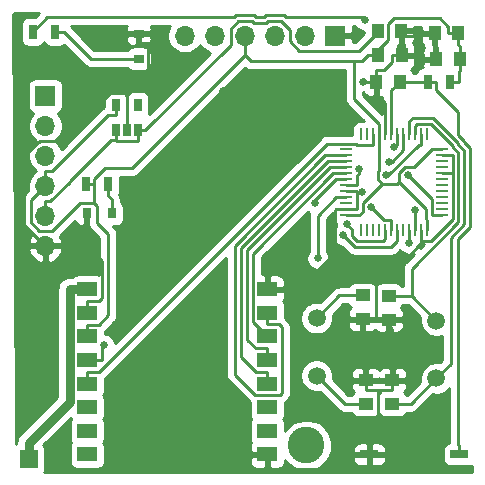
<source format=gtl>
G04 #@! TF.GenerationSoftware,KiCad,Pcbnew,5.1.7-a382d34a8~88~ubuntu18.04.1*
G04 #@! TF.CreationDate,2021-11-19T23:21:26+05:30*
G04 #@! TF.ProjectId,FrontEnd_HeavyDevice_v2,46726f6e-7445-46e6-945f-486561767944,rev?*
G04 #@! TF.SameCoordinates,Original*
G04 #@! TF.FileFunction,Copper,L1,Top*
G04 #@! TF.FilePolarity,Positive*
%FSLAX46Y46*%
G04 Gerber Fmt 4.6, Leading zero omitted, Abs format (unit mm)*
G04 Created by KiCad (PCBNEW 5.1.7-a382d34a8~88~ubuntu18.04.1) date 2021-11-19 23:21:26*
%MOMM*%
%LPD*%
G01*
G04 APERTURE LIST*
G04 #@! TA.AperFunction,ComponentPad*
%ADD10C,3.100000*%
G04 #@! TD*
G04 #@! TA.AperFunction,ComponentPad*
%ADD11O,1.700000X1.700000*%
G04 #@! TD*
G04 #@! TA.AperFunction,ComponentPad*
%ADD12R,1.700000X1.700000*%
G04 #@! TD*
G04 #@! TA.AperFunction,SMDPad,CuDef*
%ADD13R,1.000000X0.230000*%
G04 #@! TD*
G04 #@! TA.AperFunction,SMDPad,CuDef*
%ADD14R,0.230000X1.000000*%
G04 #@! TD*
G04 #@! TA.AperFunction,ComponentPad*
%ADD15R,1.524000X1.524000*%
G04 #@! TD*
G04 #@! TA.AperFunction,SMDPad,CuDef*
%ADD16R,1.000000X1.250000*%
G04 #@! TD*
G04 #@! TA.AperFunction,SMDPad,CuDef*
%ADD17R,1.250000X1.000000*%
G04 #@! TD*
G04 #@! TA.AperFunction,SMDPad,CuDef*
%ADD18R,0.800000X0.900000*%
G04 #@! TD*
G04 #@! TA.AperFunction,SMDPad,CuDef*
%ADD19R,0.900000X0.800000*%
G04 #@! TD*
G04 #@! TA.AperFunction,SMDPad,CuDef*
%ADD20R,0.700000X1.300000*%
G04 #@! TD*
G04 #@! TA.AperFunction,SMDPad,CuDef*
%ADD21R,1.600000X0.760000*%
G04 #@! TD*
G04 #@! TA.AperFunction,SMDPad,CuDef*
%ADD22R,0.650000X1.060000*%
G04 #@! TD*
G04 #@! TA.AperFunction,SMDPad,CuDef*
%ADD23R,1.700000X1.200000*%
G04 #@! TD*
G04 #@! TA.AperFunction,ComponentPad*
%ADD24C,1.500000*%
G04 #@! TD*
G04 #@! TA.AperFunction,ViaPad*
%ADD25C,0.650000*%
G04 #@! TD*
G04 #@! TA.AperFunction,Conductor*
%ADD26C,0.800000*%
G04 #@! TD*
G04 #@! TA.AperFunction,Conductor*
%ADD27C,0.250000*%
G04 #@! TD*
G04 #@! TA.AperFunction,Conductor*
%ADD28C,0.229800*%
G04 #@! TD*
G04 #@! TA.AperFunction,Conductor*
%ADD29C,0.254000*%
G04 #@! TD*
G04 #@! TA.AperFunction,Conductor*
%ADD30C,0.150000*%
G04 #@! TD*
G04 APERTURE END LIST*
D10*
X120792000Y-116510000D03*
D11*
X98710000Y-99620000D03*
X98710000Y-97080000D03*
X98710000Y-94540000D03*
X98710000Y-92000000D03*
X98710000Y-89460000D03*
D12*
X98710000Y-86920000D03*
D11*
X110523000Y-81833700D03*
X113063000Y-81833700D03*
X115603000Y-81833700D03*
X118143000Y-81833700D03*
X120683000Y-81833700D03*
D12*
X123223000Y-81833700D03*
D13*
X132304000Y-96530200D03*
D14*
X131034000Y-90180200D03*
X130526000Y-90180200D03*
X130018000Y-90180200D03*
X129510000Y-90180200D03*
X129002000Y-90180200D03*
X128494000Y-90180200D03*
X127986000Y-90180200D03*
X127478000Y-90180200D03*
X126970000Y-90180200D03*
X126462000Y-90180200D03*
X125954000Y-90180200D03*
X125446000Y-90180200D03*
D13*
X124176000Y-91450200D03*
X124176000Y-91958200D03*
X124176000Y-92974200D03*
X124176000Y-93482200D03*
X124176000Y-93990200D03*
X124176000Y-94498200D03*
X124176000Y-95006200D03*
X124176000Y-95514200D03*
X124176000Y-96022200D03*
X124176000Y-96530200D03*
X124176000Y-97038200D03*
D14*
X125954000Y-98308200D03*
X126462000Y-98308200D03*
X126970000Y-98308200D03*
X127478000Y-98308200D03*
X127986000Y-98308200D03*
X128494000Y-98308200D03*
X129002000Y-98308200D03*
X129510000Y-98308200D03*
X130018000Y-98308200D03*
X130526000Y-98308200D03*
X131034000Y-98308200D03*
D13*
X132304000Y-97038200D03*
X132304000Y-96022200D03*
X132304000Y-95514200D03*
X132304000Y-95006200D03*
X132304000Y-94498200D03*
X132304000Y-93990200D03*
X132304000Y-93482200D03*
X132304000Y-92974200D03*
X132304000Y-92466200D03*
X132304000Y-91958200D03*
X132304000Y-91450200D03*
D14*
X125446000Y-98308200D03*
D13*
X124176000Y-92466200D03*
D15*
X97287100Y-117704000D03*
D16*
X126831000Y-81400000D03*
X128831000Y-81400000D03*
X131768000Y-83800000D03*
X133768000Y-83800000D03*
X128698000Y-85732600D03*
X126698000Y-85732600D03*
D17*
X127775000Y-103859000D03*
X127775000Y-105859000D03*
X128074000Y-112991000D03*
X128074000Y-110991000D03*
X125565000Y-103816000D03*
X125565000Y-105816000D03*
X125832000Y-110991000D03*
X125832000Y-112991000D03*
D16*
X128900000Y-83500000D03*
X126900000Y-83500000D03*
X133664000Y-81600000D03*
X131664000Y-81600000D03*
D18*
X102209000Y-96875600D03*
X104309000Y-96875600D03*
D19*
X106600000Y-83777800D03*
X106600000Y-81677800D03*
D20*
X104033000Y-94358500D03*
X102133000Y-94358500D03*
X131089000Y-85737700D03*
X132989000Y-85737700D03*
X97630000Y-81500000D03*
X99530000Y-81500000D03*
D21*
X133764000Y-117282000D03*
X126144000Y-117282000D03*
D22*
X104653000Y-87652700D03*
X106553000Y-87652700D03*
X106553000Y-89852700D03*
X105603000Y-89852700D03*
X104653000Y-89852700D03*
D23*
X102255000Y-103279000D03*
X102255000Y-105279000D03*
X102255000Y-107279000D03*
X102255000Y-109279000D03*
X102255000Y-111279000D03*
X102255000Y-113279000D03*
X102255000Y-115279000D03*
X102255000Y-117279000D03*
X117485000Y-117279000D03*
X117485000Y-115279000D03*
X117485000Y-113279000D03*
X117485000Y-111279000D03*
X117485000Y-109279000D03*
X117485000Y-107279000D03*
X117485000Y-105279000D03*
X117485000Y-103279000D03*
D24*
X131796000Y-105951000D03*
X131796000Y-110831000D03*
X121676000Y-110618000D03*
X121676000Y-105738000D03*
D25*
X125601500Y-85716700D03*
X125471100Y-95075400D03*
X122011440Y-85783420D03*
X113736120Y-86527640D03*
X110152180Y-85166200D03*
X127831100Y-92497400D03*
X128228700Y-91256900D03*
X123941300Y-98720700D03*
X126265900Y-96315100D03*
X130010400Y-96589500D03*
X129430100Y-93645000D03*
X124233500Y-97784500D03*
X121752200Y-100684100D03*
X121544800Y-96019200D03*
X129510000Y-99412000D03*
X125775720Y-80530700D03*
X127529100Y-93661500D03*
X103700500Y-108041500D03*
X125293500Y-93133500D03*
D26*
X97287100Y-117704000D02*
X97287100Y-116291700D01*
X102255000Y-103279000D02*
X100754700Y-103279000D01*
X100754700Y-103279000D02*
X100754700Y-112824100D01*
X100754700Y-112824100D02*
X97287100Y-116291700D01*
D27*
X98710000Y-95854700D02*
X99134300Y-95854700D01*
X99134300Y-95854700D02*
X100775000Y-94214000D01*
X100775000Y-94214000D02*
X100775000Y-94128600D01*
X100775000Y-94128600D02*
X104270700Y-90632900D01*
X104270700Y-90632900D02*
X104653000Y-90632900D01*
X104653000Y-90632900D02*
X104778100Y-90758000D01*
X104778100Y-90758000D02*
X106553000Y-90758000D01*
X106553000Y-89852700D02*
X106553000Y-90758000D01*
X98710000Y-97080000D02*
X98710000Y-95854700D01*
X104653000Y-89852700D02*
X104653000Y-90632900D01*
X116191001Y-80608699D02*
X116331073Y-80748771D01*
X116331073Y-80748771D02*
X117414927Y-80748771D01*
X106553000Y-89852700D02*
X107128000Y-89852700D01*
X117414927Y-80748771D02*
X117554999Y-80608699D01*
X107128000Y-89852700D02*
X114377999Y-82602701D01*
X126831000Y-81525000D02*
X126831000Y-81400000D01*
X120181600Y-83084400D02*
X125271600Y-83084400D01*
X117554999Y-80608699D02*
X118661799Y-80608699D01*
X119413000Y-82315800D02*
X120181600Y-83084400D01*
X114377999Y-82602701D02*
X114377999Y-81245699D01*
X119413000Y-81359900D02*
X119413000Y-82315800D01*
X115014999Y-80608699D02*
X116191001Y-80608699D01*
X125271600Y-83084400D02*
X126831000Y-81525000D01*
X118661799Y-80608699D02*
X119413000Y-81359900D01*
X114377999Y-81245699D02*
X115014999Y-80608699D01*
X125120500Y-95075400D02*
X125051300Y-95144600D01*
X125051300Y-95144600D02*
X125051300Y-96530200D01*
X125120500Y-95075400D02*
X125471100Y-95075400D01*
X123300700Y-96530200D02*
X123241000Y-96589900D01*
X123241000Y-96589900D02*
X123241000Y-100093600D01*
X123241000Y-100093600D02*
X123300700Y-100153300D01*
X123300700Y-100153300D02*
X124212300Y-100153300D01*
X124212300Y-100153300D02*
X126731700Y-102672700D01*
X117485000Y-103279000D02*
X120175000Y-103279000D01*
X120175000Y-103279000D02*
X123300700Y-100153300D01*
X105603000Y-86718400D02*
X105603000Y-89852700D01*
X107432200Y-82453100D02*
X107432200Y-84889200D01*
X107432200Y-84889200D02*
X105603000Y-86718400D01*
X105603000Y-86718400D02*
X104150300Y-86718400D01*
X104150300Y-86718400D02*
X100138700Y-90730000D01*
X100138700Y-90730000D02*
X98231800Y-90730000D01*
X98231800Y-90730000D02*
X96929000Y-92032800D01*
X96929000Y-92032800D02*
X96929000Y-97839000D01*
X96929000Y-97839000D02*
X98710000Y-99620000D01*
X102209000Y-99620000D02*
X102209000Y-96875600D01*
X107432200Y-82453100D02*
X106600000Y-82453100D01*
X125051300Y-95006200D02*
X125120500Y-95075400D01*
X124176000Y-96530200D02*
X125051300Y-96530200D01*
X124176000Y-96530200D02*
X123300700Y-96530200D01*
X126731700Y-102672700D02*
X127258300Y-102672700D01*
X127258300Y-102672700D02*
X130526000Y-99405000D01*
X130526000Y-99405000D02*
X130526000Y-99183500D01*
X126731700Y-105816000D02*
X126731700Y-102672700D01*
X126731700Y-105816000D02*
X126774700Y-105859000D01*
X125565000Y-105816000D02*
X126731700Y-105816000D01*
X125601500Y-85716700D02*
X125806800Y-85716700D01*
X125806800Y-85716700D02*
X125822700Y-85732600D01*
X102209000Y-99620000D02*
X103511700Y-100922700D01*
X103511700Y-100922700D02*
X103511700Y-104022300D01*
X103511700Y-104022300D02*
X103230300Y-104303700D01*
X103230300Y-104303700D02*
X102255000Y-104303700D01*
X126698000Y-85732600D02*
X125822700Y-85732600D01*
X106600000Y-81677800D02*
X106600000Y-82453100D01*
X126144000Y-117282000D02*
X126144000Y-118037300D01*
X117485000Y-117279000D02*
X117485000Y-118254300D01*
X117485000Y-118254300D02*
X117723700Y-118493000D01*
X117723700Y-118493000D02*
X125688300Y-118493000D01*
X125688300Y-118493000D02*
X126144000Y-118037300D01*
X126851900Y-111866300D02*
X125832000Y-111866300D01*
X128074000Y-111866300D02*
X126851900Y-111866300D01*
X126851900Y-111866300D02*
X126851900Y-115818800D01*
X126851900Y-115818800D02*
X126144000Y-116526700D01*
X126144000Y-117282000D02*
X126144000Y-116526700D01*
X131768000Y-83800000D02*
X131768000Y-82799700D01*
X131768000Y-82799700D02*
X131664000Y-82695700D01*
X131664000Y-82695700D02*
X131664000Y-81600000D01*
X131664000Y-81600000D02*
X130788700Y-81600000D01*
X128831000Y-81875000D02*
X130513700Y-81875000D01*
X130513700Y-81875000D02*
X130788700Y-81600000D01*
X128831000Y-81875000D02*
X128831000Y-82400300D01*
X128831000Y-81400000D02*
X128831000Y-81875000D01*
X128552900Y-83500000D02*
X128552900Y-82678400D01*
X128552900Y-82678400D02*
X128831000Y-82400300D01*
X128552900Y-83500000D02*
X128024700Y-83500000D01*
X128900000Y-83500000D02*
X128552900Y-83500000D01*
X132304000Y-91958200D02*
X133179300Y-91958200D01*
X133179300Y-93482200D02*
X133179300Y-91958200D01*
X133054200Y-93482200D02*
X133179300Y-93482200D01*
X132304000Y-93482200D02*
X133054200Y-93482200D01*
X133179300Y-93482200D02*
X133179300Y-97382900D01*
X133179300Y-97382900D02*
X131378700Y-99183500D01*
X131378700Y-99183500D02*
X130526000Y-99183500D01*
X130526000Y-98308200D02*
X130526000Y-99183500D01*
X126698000Y-85732600D02*
X126698000Y-84732300D01*
X128024700Y-83500000D02*
X128024700Y-84047100D01*
X128024700Y-84047100D02*
X127339500Y-84732300D01*
X127339500Y-84732300D02*
X126698000Y-84732300D01*
X124176000Y-95006200D02*
X125051300Y-95006200D01*
X102209000Y-99620000D02*
X99935300Y-99620000D01*
X98710000Y-99620000D02*
X99935300Y-99620000D01*
X102255000Y-105279000D02*
X102255000Y-104303700D01*
X126698000Y-85732600D02*
X126698000Y-86732900D01*
X126698000Y-86732900D02*
X127478000Y-87512900D01*
X127478000Y-87512900D02*
X127478000Y-90180200D01*
X127274900Y-105859000D02*
X128074000Y-106658100D01*
X128074000Y-106658100D02*
X128074000Y-110991000D01*
X127274900Y-105859000D02*
X126774700Y-105859000D01*
X127775000Y-105859000D02*
X127274900Y-105859000D01*
X128074000Y-110991000D02*
X128074000Y-111866300D01*
X125832000Y-110991000D02*
X125832000Y-111866300D01*
X107439080Y-82453100D02*
X110152180Y-85166200D01*
X107432200Y-82453100D02*
X107439080Y-82453100D01*
X121267220Y-86527640D02*
X122011440Y-85783420D01*
X113736120Y-86527640D02*
X121267220Y-86527640D01*
X127228800Y-94361800D02*
X125565600Y-96025000D01*
X125565600Y-96025000D02*
X125565600Y-96729400D01*
X125565600Y-96729400D02*
X125256800Y-97038200D01*
X125256800Y-97038200D02*
X124176000Y-97038200D01*
X128635300Y-94174900D02*
X128448400Y-94361800D01*
X128448400Y-94361800D02*
X127228800Y-94361800D01*
X126970000Y-90180200D02*
X126970000Y-93230200D01*
X126970000Y-93230200D02*
X126828800Y-93371400D01*
X126828800Y-93371400D02*
X126828800Y-93961800D01*
X126828800Y-93961800D02*
X127228800Y-94361800D01*
X104653000Y-87652700D02*
X104653000Y-88558000D01*
X98710000Y-94540000D02*
X98710000Y-93314700D01*
X98710000Y-93314700D02*
X99227200Y-93314700D01*
X99227200Y-93314700D02*
X103983900Y-88558000D01*
X103983900Y-88558000D02*
X104653000Y-88558000D01*
X102858300Y-95998500D02*
X101654600Y-95998500D01*
X101654600Y-95998500D02*
X99303100Y-98350000D01*
X99303100Y-98350000D02*
X98189000Y-98350000D01*
X98189000Y-98350000D02*
X97479500Y-97640500D01*
X97479500Y-97640500D02*
X97479500Y-95770500D01*
X97479500Y-95770500D02*
X98710000Y-94540000D01*
X102858300Y-95998500D02*
X103064800Y-96205000D01*
X103064800Y-96205000D02*
X103064800Y-97696000D01*
X103064800Y-97696000D02*
X104019200Y-98650400D01*
X104019200Y-98650400D02*
X104019200Y-105514800D01*
X104019200Y-105514800D02*
X103230300Y-106303700D01*
X103230300Y-106303700D02*
X102255000Y-106303700D01*
X102858300Y-94358500D02*
X102858300Y-95998500D01*
X102858300Y-94358500D02*
X102858300Y-93945500D01*
X102858300Y-93945500D02*
X103766700Y-93037100D01*
X103766700Y-93037100D02*
X106065900Y-93037100D01*
X106065900Y-93037100D02*
X115603000Y-83500000D01*
X102133000Y-94358500D02*
X102858300Y-94358500D01*
X115603000Y-83500000D02*
X116103300Y-84000300D01*
X116103300Y-84000300D02*
X124844200Y-84000300D01*
X124844200Y-84000300D02*
X125524400Y-84000300D01*
X125524400Y-84000300D02*
X126024700Y-83500000D01*
X124844200Y-84000300D02*
X124844200Y-87179100D01*
X124844200Y-87179100D02*
X126970000Y-89304900D01*
X131428700Y-91450200D02*
X129934200Y-92944700D01*
X129934200Y-92944700D02*
X129140000Y-92944700D01*
X129140000Y-92944700D02*
X128635300Y-93449400D01*
X128635300Y-93449400D02*
X128635300Y-94174900D01*
X115603000Y-83059000D02*
X115603000Y-83500000D01*
X126970000Y-90180200D02*
X126970000Y-89304900D01*
X126900000Y-83500000D02*
X126024700Y-83500000D01*
X115603000Y-81833700D02*
X115603000Y-83059000D01*
X102255000Y-107279000D02*
X102255000Y-106303700D01*
X126900000Y-83500000D02*
X126900000Y-82999800D01*
X131034000Y-97432900D02*
X130928400Y-97327300D01*
X130928400Y-97327300D02*
X130928400Y-96468000D01*
X130928400Y-96468000D02*
X128635300Y-94174900D01*
X131034000Y-98308200D02*
X131034000Y-97432900D01*
X132304000Y-91450200D02*
X131428700Y-91450200D01*
X133664000Y-81600000D02*
X133664000Y-82600300D01*
X133768000Y-83800000D02*
X133768000Y-82704300D01*
X133768000Y-82704300D02*
X133664000Y-82600300D01*
X133768000Y-84300100D02*
X133768000Y-83800000D01*
X133664000Y-81600000D02*
X132788700Y-81600000D01*
X126900000Y-82999800D02*
X127706400Y-82193400D01*
X127706400Y-82193400D02*
X127706400Y-80837000D01*
X127706400Y-80837000D02*
X128188000Y-80355400D01*
X128188000Y-80355400D02*
X132091200Y-80355400D01*
X132091200Y-80355400D02*
X132788700Y-81052900D01*
X132788700Y-81052900D02*
X132788700Y-81600000D01*
X132989000Y-85737700D02*
X133714300Y-85737700D01*
X133768000Y-84300100D02*
X133768000Y-84800300D01*
X133714300Y-85737700D02*
X133714300Y-84854000D01*
X133714300Y-84854000D02*
X133768000Y-84800300D01*
X127986000Y-90180200D02*
X127986000Y-89304900D01*
X128716100Y-85732600D02*
X127986000Y-86462700D01*
X127986000Y-86462700D02*
X127986000Y-89304900D01*
X128716100Y-85732600D02*
X129573300Y-85732600D01*
X128698000Y-85732600D02*
X128716100Y-85732600D01*
X131089000Y-85737700D02*
X129578400Y-85737700D01*
X129578400Y-85737700D02*
X129573300Y-85732600D01*
X133649720Y-88298420D02*
X131814300Y-86463000D01*
X134179021Y-90733479D02*
X133649720Y-90204178D01*
X134179022Y-90836560D02*
X134179021Y-90733479D01*
X131814300Y-86463000D02*
X131814300Y-85737700D01*
X133649720Y-90204178D02*
X133649720Y-88298420D01*
X131814300Y-85737700D02*
X131089000Y-85737700D01*
X133764000Y-117282000D02*
X133764000Y-116526700D01*
X133764000Y-116526700D02*
X133649720Y-116412420D01*
X133649720Y-99033842D02*
X134679331Y-98004231D01*
X134679331Y-98004231D02*
X134679330Y-91336868D01*
X133649720Y-116412420D02*
X133649720Y-99033842D01*
X134679330Y-91336868D02*
X134179022Y-90836560D01*
X129704000Y-103859000D02*
X127775000Y-103859000D01*
X131796000Y-105951000D02*
X129704000Y-103859000D01*
X129704000Y-101565320D02*
X133679310Y-97590010D01*
X133679310Y-91751090D02*
X133179001Y-91250781D01*
X133179001Y-91250781D02*
X133179001Y-91147701D01*
X131336200Y-89304900D02*
X130143300Y-89304900D01*
X133179001Y-91147701D02*
X131336200Y-89304900D01*
X129704000Y-103859000D02*
X129704000Y-101565320D01*
X133679310Y-97590010D02*
X133679310Y-91751090D01*
X130143300Y-89304900D02*
X130018000Y-89430200D01*
X130018000Y-89430200D02*
X130018000Y-90180200D01*
X128074000Y-112991000D02*
X129636000Y-112991000D01*
X129636000Y-112991000D02*
X131796000Y-110831000D01*
X129828200Y-88763600D02*
X129510000Y-89081800D01*
X133017629Y-109609371D02*
X133017629Y-98958811D01*
X131502020Y-88763600D02*
X129828200Y-88763600D01*
X131796000Y-110831000D02*
X133017629Y-109609371D01*
X133017629Y-98958811D02*
X134179320Y-97797120D01*
X134179320Y-91543980D02*
X133679011Y-91043671D01*
X129510000Y-89081800D02*
X129510000Y-90180200D01*
X134179320Y-97797120D02*
X134179320Y-91543980D01*
X133679011Y-91043671D02*
X133679011Y-90940591D01*
X133679011Y-90940591D02*
X131502020Y-88763600D01*
X129002000Y-90180200D02*
X129002000Y-91531100D01*
X129002000Y-91531100D02*
X128035800Y-92497300D01*
X128035800Y-92497300D02*
X127831100Y-92497300D01*
X127831100Y-92497300D02*
X127831100Y-92497400D01*
X121676000Y-105738000D02*
X123598000Y-103816000D01*
X123598000Y-103816000D02*
X125565000Y-103816000D01*
X128494000Y-91055500D02*
X128430100Y-91055500D01*
X128430100Y-91055500D02*
X128228700Y-91256900D01*
X128494000Y-90180200D02*
X128494000Y-91055500D01*
X125832000Y-112991000D02*
X124049000Y-112991000D01*
X124049000Y-112991000D02*
X121676000Y-110618000D01*
X104033000Y-94358500D02*
X104033000Y-95383800D01*
X104033000Y-95383800D02*
X104309000Y-95659800D01*
X104309000Y-95659800D02*
X104309000Y-96875600D01*
X99530000Y-81500000D02*
X100255300Y-81500000D01*
X100255300Y-81500000D02*
X102533100Y-83777800D01*
X102533100Y-83777800D02*
X106600000Y-83777800D01*
X128494000Y-99183500D02*
X127957300Y-99720200D01*
X127957300Y-99720200D02*
X124940800Y-99720200D01*
X124940800Y-99720200D02*
X123941300Y-98720700D01*
X128494000Y-98308200D02*
X128494000Y-99183500D01*
X127986000Y-97432900D02*
X127383700Y-97432900D01*
X127383700Y-97432900D02*
X126265900Y-96315100D01*
X127986000Y-98308200D02*
X127986000Y-97432900D01*
X130010400Y-98116400D02*
X130010400Y-96589500D01*
D28*
X130010400Y-98116400D02*
X130010400Y-98300600D01*
X130010400Y-98300600D02*
X130018000Y-98308200D01*
D27*
X131428700Y-97038200D02*
X131428700Y-95643600D01*
X131428700Y-95643600D02*
X129430100Y-93645000D01*
X132304000Y-97038200D02*
X131428700Y-97038200D01*
X127460400Y-98490000D02*
X127460400Y-99010200D01*
X127460400Y-99010200D02*
X127287000Y-99183600D01*
X127287000Y-99183600D02*
X125126300Y-99183600D01*
X125126300Y-99183600D02*
X124705400Y-98762700D01*
X124705400Y-98762700D02*
X124705400Y-98256400D01*
X124705400Y-98256400D02*
X124233500Y-97784500D01*
D28*
X127460400Y-98490000D02*
X127460400Y-98325800D01*
X127460400Y-98325800D02*
X127478000Y-98308200D01*
D27*
X123300700Y-95514200D02*
X121752200Y-97062700D01*
X121752200Y-97062700D02*
X121752200Y-100684100D01*
X124176000Y-95514200D02*
X123300700Y-95514200D01*
X123300700Y-93990200D02*
X121544800Y-95746100D01*
X121544800Y-95746100D02*
X121544800Y-96019200D01*
X124176000Y-93990200D02*
X123300700Y-93990200D01*
X129510000Y-98308200D02*
X129510000Y-99412000D01*
X119078184Y-80248760D02*
X125493780Y-80248760D01*
X117347888Y-80108688D02*
X118938113Y-80108689D01*
X117207816Y-80248760D02*
X117347888Y-80108688D01*
X116398113Y-80108689D02*
X116538184Y-80248760D01*
X114807888Y-80108688D02*
X116398113Y-80108689D01*
X114667816Y-80248760D02*
X114807888Y-80108688D01*
X98881240Y-80248760D02*
X114667816Y-80248760D01*
X125493780Y-80248760D02*
X125775720Y-80530700D01*
X116538184Y-80248760D02*
X117207816Y-80248760D01*
X118938113Y-80108689D02*
X119078184Y-80248760D01*
X97630000Y-81500000D02*
X98881240Y-80248760D01*
X123300700Y-91958200D02*
X122393600Y-91958200D01*
X122393600Y-91958200D02*
X114754900Y-99596900D01*
X114754900Y-99596900D02*
X114754900Y-110536700D01*
X114754900Y-110536700D02*
X116472600Y-112254400D01*
X116472600Y-112254400D02*
X118552500Y-112254400D01*
X118552500Y-112254400D02*
X118722700Y-112084200D01*
X118722700Y-112084200D02*
X118722700Y-106516700D01*
X118722700Y-106516700D02*
X118460300Y-106254300D01*
X118460300Y-106254300D02*
X117485000Y-106254300D01*
X117485000Y-105279000D02*
X117485000Y-106254300D01*
X124176000Y-91958200D02*
X123300700Y-91958200D01*
X130526000Y-91055500D02*
X130321700Y-91055500D01*
X130321700Y-91055500D02*
X127715700Y-93661500D01*
X127715700Y-93661500D02*
X127529100Y-93661500D01*
X102255000Y-109279000D02*
X103480300Y-109279000D01*
X130526000Y-90180200D02*
X130526000Y-91055500D01*
X103480300Y-109279000D02*
X103480300Y-108261700D01*
X103480300Y-108261700D02*
X103700500Y-108041500D01*
X126462000Y-90180200D02*
X126462000Y-91055500D01*
X102255000Y-111279000D02*
X102255000Y-110303700D01*
X102255000Y-110303700D02*
X103230300Y-110303700D01*
X103230300Y-110303700D02*
X122576900Y-90957100D01*
X122576900Y-90957100D02*
X125002200Y-90957100D01*
X125002200Y-90957100D02*
X125100600Y-91055500D01*
X125100600Y-91055500D02*
X126462000Y-91055500D01*
X123300700Y-92466200D02*
X122593200Y-92466200D01*
X122593200Y-92466200D02*
X115255200Y-99804200D01*
X115255200Y-99804200D02*
X115255200Y-109049300D01*
X115255200Y-109049300D02*
X116509600Y-110303700D01*
X116509600Y-110303700D02*
X117485000Y-110303700D01*
X124176000Y-92466200D02*
X123300700Y-92466200D01*
X117485000Y-111279000D02*
X117485000Y-110303700D01*
X117485000Y-109279000D02*
X117485000Y-108303700D01*
X117485000Y-108303700D02*
X116509700Y-108303700D01*
X116509700Y-108303700D02*
X115757400Y-107551400D01*
X115757400Y-107551400D02*
X115757400Y-100009700D01*
X115757400Y-100009700D02*
X122792900Y-92974200D01*
X122792900Y-92974200D02*
X124176000Y-92974200D01*
X117485000Y-107279000D02*
X116259600Y-106053600D01*
X116259600Y-106053600D02*
X116259600Y-100289200D01*
X116259600Y-100289200D02*
X123066600Y-93482200D01*
X123066600Y-93482200D02*
X124176000Y-93482200D01*
X125051500Y-93722300D02*
X125293500Y-93480300D01*
X125293500Y-93480300D02*
X125293500Y-93133500D01*
X124176000Y-94498200D02*
X125051300Y-94498200D01*
X125051400Y-93742500D02*
X125051400Y-94498100D01*
X125051400Y-94498100D02*
X125051300Y-94498200D01*
D28*
X125051500Y-93722300D02*
X125051400Y-93722400D01*
X125051400Y-93722400D02*
X125051400Y-93742500D01*
D29*
X120932836Y-96764881D02*
X121028878Y-96829054D01*
X121003197Y-96913715D01*
X120992200Y-97025368D01*
X120992200Y-97025378D01*
X120988524Y-97062700D01*
X120992200Y-97100023D01*
X120992201Y-100093565D01*
X120901459Y-100229369D01*
X120829092Y-100404078D01*
X120792200Y-100589548D01*
X120792200Y-100778652D01*
X120829092Y-100964122D01*
X120901459Y-101138831D01*
X121006519Y-101296064D01*
X121140236Y-101429781D01*
X121297469Y-101534841D01*
X121472178Y-101607208D01*
X121657648Y-101644100D01*
X121846752Y-101644100D01*
X122032222Y-101607208D01*
X122206931Y-101534841D01*
X122364164Y-101429781D01*
X122497881Y-101296064D01*
X122602941Y-101138831D01*
X122675308Y-100964122D01*
X122712200Y-100778652D01*
X122712200Y-100589548D01*
X122675308Y-100404078D01*
X122602941Y-100229369D01*
X122512200Y-100093566D01*
X122512200Y-97377501D01*
X123045731Y-96843970D01*
X123037928Y-96923200D01*
X123037928Y-97153200D01*
X123050188Y-97277682D01*
X123086498Y-97397380D01*
X123145463Y-97507694D01*
X123224815Y-97604385D01*
X123281299Y-97650740D01*
X123273500Y-97689948D01*
X123273500Y-97879052D01*
X123298686Y-98005669D01*
X123195619Y-98108736D01*
X123090559Y-98265969D01*
X123018192Y-98440678D01*
X122981300Y-98626148D01*
X122981300Y-98815252D01*
X123018192Y-99000722D01*
X123090559Y-99175431D01*
X123195619Y-99332664D01*
X123329336Y-99466381D01*
X123486569Y-99571441D01*
X123661278Y-99643808D01*
X123821470Y-99675672D01*
X124377005Y-100231208D01*
X124400799Y-100260201D01*
X124429792Y-100283995D01*
X124429796Y-100283999D01*
X124492073Y-100335108D01*
X124516524Y-100355174D01*
X124648553Y-100425746D01*
X124791814Y-100469203D01*
X124903467Y-100480200D01*
X124903476Y-100480200D01*
X124940799Y-100483876D01*
X124978122Y-100480200D01*
X127919978Y-100480200D01*
X127957300Y-100483876D01*
X127994622Y-100480200D01*
X127994633Y-100480200D01*
X128106286Y-100469203D01*
X128249547Y-100425746D01*
X128381576Y-100355174D01*
X128497301Y-100260201D01*
X128521103Y-100231198D01*
X128749907Y-100002395D01*
X128764319Y-100023964D01*
X128898036Y-100157681D01*
X129055269Y-100262741D01*
X129229978Y-100335108D01*
X129415448Y-100372000D01*
X129604552Y-100372000D01*
X129790022Y-100335108D01*
X129908476Y-100286043D01*
X129192998Y-101001521D01*
X129164000Y-101025319D01*
X129140202Y-101054317D01*
X129140201Y-101054318D01*
X129069026Y-101141044D01*
X128998454Y-101273074D01*
X128954998Y-101416335D01*
X128940324Y-101565320D01*
X128944001Y-101602652D01*
X128944000Y-103029694D01*
X128930537Y-103004506D01*
X128851185Y-102907815D01*
X128754494Y-102828463D01*
X128644180Y-102769498D01*
X128524482Y-102733188D01*
X128400000Y-102720928D01*
X127150000Y-102720928D01*
X127025518Y-102733188D01*
X126905820Y-102769498D01*
X126795506Y-102828463D01*
X126698815Y-102907815D01*
X126687645Y-102921426D01*
X126641185Y-102864815D01*
X126544494Y-102785463D01*
X126434180Y-102726498D01*
X126314482Y-102690188D01*
X126190000Y-102677928D01*
X124940000Y-102677928D01*
X124815518Y-102690188D01*
X124695820Y-102726498D01*
X124585506Y-102785463D01*
X124488815Y-102864815D01*
X124409463Y-102961506D01*
X124358954Y-103056000D01*
X123635322Y-103056000D01*
X123597999Y-103052324D01*
X123560676Y-103056000D01*
X123560667Y-103056000D01*
X123449014Y-103066997D01*
X123305753Y-103110454D01*
X123173724Y-103181026D01*
X123173722Y-103181027D01*
X123173723Y-103181027D01*
X123086996Y-103252201D01*
X123086992Y-103252205D01*
X123057999Y-103275999D01*
X123034205Y-103304992D01*
X121957365Y-104381833D01*
X121812411Y-104353000D01*
X121539589Y-104353000D01*
X121272011Y-104406225D01*
X121019957Y-104510629D01*
X120793114Y-104662201D01*
X120600201Y-104855114D01*
X120448629Y-105081957D01*
X120344225Y-105334011D01*
X120291000Y-105601589D01*
X120291000Y-105874411D01*
X120344225Y-106141989D01*
X120448629Y-106394043D01*
X120600201Y-106620886D01*
X120793114Y-106813799D01*
X121019957Y-106965371D01*
X121272011Y-107069775D01*
X121539589Y-107123000D01*
X121812411Y-107123000D01*
X122079989Y-107069775D01*
X122332043Y-106965371D01*
X122558886Y-106813799D01*
X122751799Y-106620886D01*
X122903371Y-106394043D01*
X122935697Y-106316000D01*
X124301928Y-106316000D01*
X124314188Y-106440482D01*
X124350498Y-106560180D01*
X124409463Y-106670494D01*
X124488815Y-106767185D01*
X124585506Y-106846537D01*
X124695820Y-106905502D01*
X124815518Y-106941812D01*
X124940000Y-106954072D01*
X125279250Y-106951000D01*
X125438000Y-106792250D01*
X125438000Y-105943000D01*
X125692000Y-105943000D01*
X125692000Y-106792250D01*
X125850750Y-106951000D01*
X126190000Y-106954072D01*
X126314482Y-106941812D01*
X126434180Y-106905502D01*
X126544494Y-106846537D01*
X126641185Y-106767185D01*
X126652355Y-106753574D01*
X126698815Y-106810185D01*
X126795506Y-106889537D01*
X126905820Y-106948502D01*
X127025518Y-106984812D01*
X127150000Y-106997072D01*
X127489250Y-106994000D01*
X127648000Y-106835250D01*
X127648000Y-105986000D01*
X127902000Y-105986000D01*
X127902000Y-106835250D01*
X128060750Y-106994000D01*
X128400000Y-106997072D01*
X128524482Y-106984812D01*
X128644180Y-106948502D01*
X128754494Y-106889537D01*
X128851185Y-106810185D01*
X128930537Y-106713494D01*
X128989502Y-106603180D01*
X129025812Y-106483482D01*
X129038072Y-106359000D01*
X129035000Y-106144750D01*
X128876250Y-105986000D01*
X127902000Y-105986000D01*
X127648000Y-105986000D01*
X126709250Y-105986000D01*
X126666250Y-105943000D01*
X125692000Y-105943000D01*
X125438000Y-105943000D01*
X124463750Y-105943000D01*
X124305000Y-106101750D01*
X124301928Y-106316000D01*
X122935697Y-106316000D01*
X123007775Y-106141989D01*
X123061000Y-105874411D01*
X123061000Y-105601589D01*
X123032167Y-105456635D01*
X123912803Y-104576000D01*
X124358954Y-104576000D01*
X124409463Y-104670494D01*
X124488815Y-104767185D01*
X124548296Y-104816000D01*
X124488815Y-104864815D01*
X124409463Y-104961506D01*
X124350498Y-105071820D01*
X124314188Y-105191518D01*
X124301928Y-105316000D01*
X124305000Y-105530250D01*
X124463750Y-105689000D01*
X125438000Y-105689000D01*
X125438000Y-105669000D01*
X125692000Y-105669000D01*
X125692000Y-105689000D01*
X126630750Y-105689000D01*
X126673750Y-105732000D01*
X127648000Y-105732000D01*
X127648000Y-105712000D01*
X127902000Y-105712000D01*
X127902000Y-105732000D01*
X128876250Y-105732000D01*
X129035000Y-105573250D01*
X129038072Y-105359000D01*
X129025812Y-105234518D01*
X128989502Y-105114820D01*
X128930537Y-105004506D01*
X128851185Y-104907815D01*
X128791704Y-104859000D01*
X128851185Y-104810185D01*
X128930537Y-104713494D01*
X128981046Y-104619000D01*
X129389199Y-104619000D01*
X130439833Y-105669635D01*
X130411000Y-105814589D01*
X130411000Y-106087411D01*
X130464225Y-106354989D01*
X130568629Y-106607043D01*
X130720201Y-106833886D01*
X130913114Y-107026799D01*
X131139957Y-107178371D01*
X131392011Y-107282775D01*
X131659589Y-107336000D01*
X131932411Y-107336000D01*
X132199989Y-107282775D01*
X132257629Y-107258900D01*
X132257629Y-109294569D01*
X132077365Y-109474833D01*
X131932411Y-109446000D01*
X131659589Y-109446000D01*
X131392011Y-109499225D01*
X131139957Y-109603629D01*
X130913114Y-109755201D01*
X130720201Y-109948114D01*
X130568629Y-110174957D01*
X130464225Y-110427011D01*
X130411000Y-110694589D01*
X130411000Y-110967411D01*
X130439833Y-111112365D01*
X129321199Y-112231000D01*
X129280046Y-112231000D01*
X129229537Y-112136506D01*
X129150185Y-112039815D01*
X129090704Y-111991000D01*
X129150185Y-111942185D01*
X129229537Y-111845494D01*
X129288502Y-111735180D01*
X129324812Y-111615482D01*
X129337072Y-111491000D01*
X129334000Y-111276750D01*
X129175250Y-111118000D01*
X128201000Y-111118000D01*
X128201000Y-111138000D01*
X127947000Y-111138000D01*
X127947000Y-111118000D01*
X126972750Y-111118000D01*
X126953000Y-111137750D01*
X126933250Y-111118000D01*
X125959000Y-111118000D01*
X125959000Y-111138000D01*
X125705000Y-111138000D01*
X125705000Y-111118000D01*
X124730750Y-111118000D01*
X124572000Y-111276750D01*
X124568928Y-111491000D01*
X124581188Y-111615482D01*
X124617498Y-111735180D01*
X124676463Y-111845494D01*
X124755815Y-111942185D01*
X124815296Y-111991000D01*
X124755815Y-112039815D01*
X124676463Y-112136506D01*
X124625954Y-112231000D01*
X124363802Y-112231000D01*
X123032167Y-110899365D01*
X123061000Y-110754411D01*
X123061000Y-110491000D01*
X124568928Y-110491000D01*
X124572000Y-110705250D01*
X124730750Y-110864000D01*
X125705000Y-110864000D01*
X125705000Y-110014750D01*
X125959000Y-110014750D01*
X125959000Y-110864000D01*
X126933250Y-110864000D01*
X126953000Y-110844250D01*
X126972750Y-110864000D01*
X127947000Y-110864000D01*
X127947000Y-110014750D01*
X128201000Y-110014750D01*
X128201000Y-110864000D01*
X129175250Y-110864000D01*
X129334000Y-110705250D01*
X129337072Y-110491000D01*
X129324812Y-110366518D01*
X129288502Y-110246820D01*
X129229537Y-110136506D01*
X129150185Y-110039815D01*
X129053494Y-109960463D01*
X128943180Y-109901498D01*
X128823482Y-109865188D01*
X128699000Y-109852928D01*
X128359750Y-109856000D01*
X128201000Y-110014750D01*
X127947000Y-110014750D01*
X127788250Y-109856000D01*
X127449000Y-109852928D01*
X127324518Y-109865188D01*
X127204820Y-109901498D01*
X127094506Y-109960463D01*
X126997815Y-110039815D01*
X126953000Y-110094422D01*
X126908185Y-110039815D01*
X126811494Y-109960463D01*
X126701180Y-109901498D01*
X126581482Y-109865188D01*
X126457000Y-109852928D01*
X126117750Y-109856000D01*
X125959000Y-110014750D01*
X125705000Y-110014750D01*
X125546250Y-109856000D01*
X125207000Y-109852928D01*
X125082518Y-109865188D01*
X124962820Y-109901498D01*
X124852506Y-109960463D01*
X124755815Y-110039815D01*
X124676463Y-110136506D01*
X124617498Y-110246820D01*
X124581188Y-110366518D01*
X124568928Y-110491000D01*
X123061000Y-110491000D01*
X123061000Y-110481589D01*
X123007775Y-110214011D01*
X122903371Y-109961957D01*
X122751799Y-109735114D01*
X122558886Y-109542201D01*
X122332043Y-109390629D01*
X122079989Y-109286225D01*
X121812411Y-109233000D01*
X121539589Y-109233000D01*
X121272011Y-109286225D01*
X121019957Y-109390629D01*
X120793114Y-109542201D01*
X120600201Y-109735114D01*
X120448629Y-109961957D01*
X120344225Y-110214011D01*
X120291000Y-110481589D01*
X120291000Y-110754411D01*
X120344225Y-111021989D01*
X120448629Y-111274043D01*
X120600201Y-111500886D01*
X120793114Y-111693799D01*
X121019957Y-111845371D01*
X121272011Y-111949775D01*
X121539589Y-112003000D01*
X121812411Y-112003000D01*
X121957365Y-111974167D01*
X123485201Y-113502003D01*
X123508999Y-113531001D01*
X123624724Y-113625974D01*
X123756753Y-113696546D01*
X123900014Y-113740003D01*
X124011667Y-113751000D01*
X124011675Y-113751000D01*
X124049000Y-113754676D01*
X124086325Y-113751000D01*
X124625954Y-113751000D01*
X124676463Y-113845494D01*
X124755815Y-113942185D01*
X124852506Y-114021537D01*
X124962820Y-114080502D01*
X125082518Y-114116812D01*
X125207000Y-114129072D01*
X126457000Y-114129072D01*
X126581482Y-114116812D01*
X126701180Y-114080502D01*
X126811494Y-114021537D01*
X126908185Y-113942185D01*
X126953000Y-113887578D01*
X126997815Y-113942185D01*
X127094506Y-114021537D01*
X127204820Y-114080502D01*
X127324518Y-114116812D01*
X127449000Y-114129072D01*
X128699000Y-114129072D01*
X128823482Y-114116812D01*
X128943180Y-114080502D01*
X129053494Y-114021537D01*
X129150185Y-113942185D01*
X129229537Y-113845494D01*
X129280046Y-113751000D01*
X129598678Y-113751000D01*
X129636000Y-113754676D01*
X129673322Y-113751000D01*
X129673333Y-113751000D01*
X129784986Y-113740003D01*
X129928247Y-113696546D01*
X130060276Y-113625974D01*
X130176001Y-113531001D01*
X130199804Y-113501997D01*
X131514635Y-112187167D01*
X131659589Y-112216000D01*
X131932411Y-112216000D01*
X132199989Y-112162775D01*
X132452043Y-112058371D01*
X132678886Y-111906799D01*
X132871799Y-111713886D01*
X132889720Y-111687065D01*
X132889720Y-116271244D01*
X132839518Y-116276188D01*
X132719820Y-116312498D01*
X132609506Y-116371463D01*
X132512815Y-116450815D01*
X132433463Y-116547506D01*
X132374498Y-116657820D01*
X132338188Y-116777518D01*
X132325928Y-116902000D01*
X132325928Y-117662000D01*
X132338188Y-117786482D01*
X132374498Y-117906180D01*
X132433463Y-118016494D01*
X132512815Y-118113185D01*
X132609506Y-118192537D01*
X132719820Y-118251502D01*
X132839518Y-118287812D01*
X132964000Y-118300072D01*
X134564000Y-118300072D01*
X134688482Y-118287812D01*
X134808180Y-118251502D01*
X134836952Y-118236123D01*
X134838150Y-118762755D01*
X98614294Y-118755656D01*
X98638602Y-118710180D01*
X98674912Y-118590482D01*
X98687172Y-118466000D01*
X98687172Y-116942000D01*
X98674912Y-116817518D01*
X98638602Y-116697820D01*
X98579637Y-116587506D01*
X98523458Y-116519052D01*
X100851666Y-114190845D01*
X100874463Y-114233494D01*
X100911809Y-114279000D01*
X100874463Y-114324506D01*
X100815498Y-114434820D01*
X100779188Y-114554518D01*
X100766928Y-114679000D01*
X100766928Y-115879000D01*
X100779188Y-116003482D01*
X100815498Y-116123180D01*
X100874463Y-116233494D01*
X100911809Y-116279000D01*
X100874463Y-116324506D01*
X100815498Y-116434820D01*
X100779188Y-116554518D01*
X100766928Y-116679000D01*
X100766928Y-117879000D01*
X100779188Y-118003482D01*
X100815498Y-118123180D01*
X100874463Y-118233494D01*
X100953815Y-118330185D01*
X101050506Y-118409537D01*
X101160820Y-118468502D01*
X101280518Y-118504812D01*
X101405000Y-118517072D01*
X103105000Y-118517072D01*
X103229482Y-118504812D01*
X103349180Y-118468502D01*
X103459494Y-118409537D01*
X103556185Y-118330185D01*
X103635537Y-118233494D01*
X103694502Y-118123180D01*
X103730812Y-118003482D01*
X103743072Y-117879000D01*
X115996928Y-117879000D01*
X116009188Y-118003482D01*
X116045498Y-118123180D01*
X116104463Y-118233494D01*
X116183815Y-118330185D01*
X116280506Y-118409537D01*
X116390820Y-118468502D01*
X116510518Y-118504812D01*
X116635000Y-118517072D01*
X117199250Y-118514000D01*
X117358000Y-118355250D01*
X117358000Y-117406000D01*
X116158750Y-117406000D01*
X116000000Y-117564750D01*
X115996928Y-117879000D01*
X103743072Y-117879000D01*
X103743072Y-116679000D01*
X103730812Y-116554518D01*
X103694502Y-116434820D01*
X103635537Y-116324506D01*
X103598191Y-116279000D01*
X103635537Y-116233494D01*
X103694502Y-116123180D01*
X103730812Y-116003482D01*
X103743072Y-115879000D01*
X103743072Y-114679000D01*
X103730812Y-114554518D01*
X103694502Y-114434820D01*
X103635537Y-114324506D01*
X103598191Y-114279000D01*
X103635537Y-114233494D01*
X103694502Y-114123180D01*
X103730812Y-114003482D01*
X103743072Y-113879000D01*
X103743072Y-112679000D01*
X103730812Y-112554518D01*
X103694502Y-112434820D01*
X103635537Y-112324506D01*
X103598191Y-112279000D01*
X103635537Y-112233494D01*
X103694502Y-112123180D01*
X103730812Y-112003482D01*
X103743072Y-111879000D01*
X103743072Y-110866047D01*
X103770301Y-110843701D01*
X103794104Y-110814697D01*
X113994900Y-100613901D01*
X113994901Y-110499368D01*
X113991224Y-110536700D01*
X113994901Y-110574033D01*
X114005537Y-110682015D01*
X114005898Y-110685685D01*
X114049354Y-110828946D01*
X114119926Y-110960976D01*
X114159540Y-111009245D01*
X114214900Y-111076701D01*
X114243898Y-111100499D01*
X115908801Y-112765403D01*
X115932599Y-112794401D01*
X115996928Y-112847194D01*
X115996928Y-113879000D01*
X116009188Y-114003482D01*
X116045498Y-114123180D01*
X116104463Y-114233494D01*
X116141809Y-114279000D01*
X116104463Y-114324506D01*
X116045498Y-114434820D01*
X116009188Y-114554518D01*
X115996928Y-114679000D01*
X115996928Y-115879000D01*
X116009188Y-116003482D01*
X116045498Y-116123180D01*
X116104463Y-116233494D01*
X116141809Y-116279000D01*
X116104463Y-116324506D01*
X116045498Y-116434820D01*
X116009188Y-116554518D01*
X115996928Y-116679000D01*
X116000000Y-116993250D01*
X116158750Y-117152000D01*
X117358000Y-117152000D01*
X117358000Y-117132000D01*
X117612000Y-117132000D01*
X117612000Y-117152000D01*
X117632000Y-117152000D01*
X117632000Y-117406000D01*
X117612000Y-117406000D01*
X117612000Y-118355250D01*
X117770750Y-118514000D01*
X118335000Y-118517072D01*
X118459482Y-118504812D01*
X118579180Y-118468502D01*
X118689494Y-118409537D01*
X118786185Y-118330185D01*
X118865537Y-118233494D01*
X118924502Y-118123180D01*
X118960812Y-118003482D01*
X118973072Y-117879000D01*
X118971501Y-117718327D01*
X119094800Y-117902856D01*
X119399144Y-118207200D01*
X119757015Y-118446322D01*
X120154659Y-118611031D01*
X120576796Y-118695000D01*
X121007204Y-118695000D01*
X121429341Y-118611031D01*
X121826985Y-118446322D01*
X122184856Y-118207200D01*
X122489200Y-117902856D01*
X122650134Y-117662000D01*
X124705928Y-117662000D01*
X124718188Y-117786482D01*
X124754498Y-117906180D01*
X124813463Y-118016494D01*
X124892815Y-118113185D01*
X124989506Y-118192537D01*
X125099820Y-118251502D01*
X125219518Y-118287812D01*
X125344000Y-118300072D01*
X125858250Y-118297000D01*
X126017000Y-118138250D01*
X126017000Y-117409000D01*
X126271000Y-117409000D01*
X126271000Y-118138250D01*
X126429750Y-118297000D01*
X126944000Y-118300072D01*
X127068482Y-118287812D01*
X127188180Y-118251502D01*
X127298494Y-118192537D01*
X127395185Y-118113185D01*
X127474537Y-118016494D01*
X127533502Y-117906180D01*
X127569812Y-117786482D01*
X127582072Y-117662000D01*
X127579000Y-117567750D01*
X127420250Y-117409000D01*
X126271000Y-117409000D01*
X126017000Y-117409000D01*
X124867750Y-117409000D01*
X124709000Y-117567750D01*
X124705928Y-117662000D01*
X122650134Y-117662000D01*
X122728322Y-117544985D01*
X122893031Y-117147341D01*
X122941832Y-116902000D01*
X124705928Y-116902000D01*
X124709000Y-116996250D01*
X124867750Y-117155000D01*
X126017000Y-117155000D01*
X126017000Y-116425750D01*
X126271000Y-116425750D01*
X126271000Y-117155000D01*
X127420250Y-117155000D01*
X127579000Y-116996250D01*
X127582072Y-116902000D01*
X127569812Y-116777518D01*
X127533502Y-116657820D01*
X127474537Y-116547506D01*
X127395185Y-116450815D01*
X127298494Y-116371463D01*
X127188180Y-116312498D01*
X127068482Y-116276188D01*
X126944000Y-116263928D01*
X126429750Y-116267000D01*
X126271000Y-116425750D01*
X126017000Y-116425750D01*
X125858250Y-116267000D01*
X125344000Y-116263928D01*
X125219518Y-116276188D01*
X125099820Y-116312498D01*
X124989506Y-116371463D01*
X124892815Y-116450815D01*
X124813463Y-116547506D01*
X124754498Y-116657820D01*
X124718188Y-116777518D01*
X124705928Y-116902000D01*
X122941832Y-116902000D01*
X122977000Y-116725204D01*
X122977000Y-116294796D01*
X122893031Y-115872659D01*
X122728322Y-115475015D01*
X122489200Y-115117144D01*
X122184856Y-114812800D01*
X121826985Y-114573678D01*
X121429341Y-114408969D01*
X121007204Y-114325000D01*
X120576796Y-114325000D01*
X120154659Y-114408969D01*
X119757015Y-114573678D01*
X119399144Y-114812800D01*
X119094800Y-115117144D01*
X118973072Y-115299323D01*
X118973072Y-114679000D01*
X118960812Y-114554518D01*
X118924502Y-114434820D01*
X118865537Y-114324506D01*
X118828191Y-114279000D01*
X118865537Y-114233494D01*
X118924502Y-114123180D01*
X118960812Y-114003482D01*
X118973072Y-113879000D01*
X118973072Y-112891354D01*
X118976776Y-112889374D01*
X119092501Y-112794401D01*
X119116304Y-112765397D01*
X119233698Y-112648003D01*
X119262701Y-112624201D01*
X119357674Y-112508476D01*
X119428246Y-112376447D01*
X119471703Y-112233186D01*
X119482700Y-112121533D01*
X119482700Y-112121524D01*
X119486376Y-112084201D01*
X119482700Y-112046878D01*
X119482700Y-106554025D01*
X119486376Y-106516700D01*
X119482700Y-106479375D01*
X119482700Y-106479367D01*
X119471703Y-106367714D01*
X119428246Y-106224453D01*
X119357674Y-106092424D01*
X119262701Y-105976699D01*
X119233697Y-105952896D01*
X119024104Y-105743303D01*
X119000301Y-105714299D01*
X118973072Y-105691953D01*
X118973072Y-104679000D01*
X118960812Y-104554518D01*
X118924502Y-104434820D01*
X118865537Y-104324506D01*
X118828191Y-104279000D01*
X118865537Y-104233494D01*
X118924502Y-104123180D01*
X118960812Y-104003482D01*
X118973072Y-103879000D01*
X118970000Y-103564750D01*
X118811250Y-103406000D01*
X117612000Y-103406000D01*
X117612000Y-103426000D01*
X117358000Y-103426000D01*
X117358000Y-103406000D01*
X117338000Y-103406000D01*
X117338000Y-103152000D01*
X117358000Y-103152000D01*
X117358000Y-102202750D01*
X117612000Y-102202750D01*
X117612000Y-103152000D01*
X118811250Y-103152000D01*
X118970000Y-102993250D01*
X118973072Y-102679000D01*
X118960812Y-102554518D01*
X118924502Y-102434820D01*
X118865537Y-102324506D01*
X118786185Y-102227815D01*
X118689494Y-102148463D01*
X118579180Y-102089498D01*
X118459482Y-102053188D01*
X118335000Y-102040928D01*
X117770750Y-102044000D01*
X117612000Y-102202750D01*
X117358000Y-102202750D01*
X117199250Y-102044000D01*
X117019600Y-102043022D01*
X117019600Y-100604001D01*
X120895778Y-96727823D01*
X120932836Y-96764881D01*
G04 #@! TA.AperFunction,Conductor*
D30*
G36*
X120932836Y-96764881D02*
G01*
X121028878Y-96829054D01*
X121003197Y-96913715D01*
X120992200Y-97025368D01*
X120992200Y-97025378D01*
X120988524Y-97062700D01*
X120992200Y-97100023D01*
X120992201Y-100093565D01*
X120901459Y-100229369D01*
X120829092Y-100404078D01*
X120792200Y-100589548D01*
X120792200Y-100778652D01*
X120829092Y-100964122D01*
X120901459Y-101138831D01*
X121006519Y-101296064D01*
X121140236Y-101429781D01*
X121297469Y-101534841D01*
X121472178Y-101607208D01*
X121657648Y-101644100D01*
X121846752Y-101644100D01*
X122032222Y-101607208D01*
X122206931Y-101534841D01*
X122364164Y-101429781D01*
X122497881Y-101296064D01*
X122602941Y-101138831D01*
X122675308Y-100964122D01*
X122712200Y-100778652D01*
X122712200Y-100589548D01*
X122675308Y-100404078D01*
X122602941Y-100229369D01*
X122512200Y-100093566D01*
X122512200Y-97377501D01*
X123045731Y-96843970D01*
X123037928Y-96923200D01*
X123037928Y-97153200D01*
X123050188Y-97277682D01*
X123086498Y-97397380D01*
X123145463Y-97507694D01*
X123224815Y-97604385D01*
X123281299Y-97650740D01*
X123273500Y-97689948D01*
X123273500Y-97879052D01*
X123298686Y-98005669D01*
X123195619Y-98108736D01*
X123090559Y-98265969D01*
X123018192Y-98440678D01*
X122981300Y-98626148D01*
X122981300Y-98815252D01*
X123018192Y-99000722D01*
X123090559Y-99175431D01*
X123195619Y-99332664D01*
X123329336Y-99466381D01*
X123486569Y-99571441D01*
X123661278Y-99643808D01*
X123821470Y-99675672D01*
X124377005Y-100231208D01*
X124400799Y-100260201D01*
X124429792Y-100283995D01*
X124429796Y-100283999D01*
X124492073Y-100335108D01*
X124516524Y-100355174D01*
X124648553Y-100425746D01*
X124791814Y-100469203D01*
X124903467Y-100480200D01*
X124903476Y-100480200D01*
X124940799Y-100483876D01*
X124978122Y-100480200D01*
X127919978Y-100480200D01*
X127957300Y-100483876D01*
X127994622Y-100480200D01*
X127994633Y-100480200D01*
X128106286Y-100469203D01*
X128249547Y-100425746D01*
X128381576Y-100355174D01*
X128497301Y-100260201D01*
X128521103Y-100231198D01*
X128749907Y-100002395D01*
X128764319Y-100023964D01*
X128898036Y-100157681D01*
X129055269Y-100262741D01*
X129229978Y-100335108D01*
X129415448Y-100372000D01*
X129604552Y-100372000D01*
X129790022Y-100335108D01*
X129908476Y-100286043D01*
X129192998Y-101001521D01*
X129164000Y-101025319D01*
X129140202Y-101054317D01*
X129140201Y-101054318D01*
X129069026Y-101141044D01*
X128998454Y-101273074D01*
X128954998Y-101416335D01*
X128940324Y-101565320D01*
X128944001Y-101602652D01*
X128944000Y-103029694D01*
X128930537Y-103004506D01*
X128851185Y-102907815D01*
X128754494Y-102828463D01*
X128644180Y-102769498D01*
X128524482Y-102733188D01*
X128400000Y-102720928D01*
X127150000Y-102720928D01*
X127025518Y-102733188D01*
X126905820Y-102769498D01*
X126795506Y-102828463D01*
X126698815Y-102907815D01*
X126687645Y-102921426D01*
X126641185Y-102864815D01*
X126544494Y-102785463D01*
X126434180Y-102726498D01*
X126314482Y-102690188D01*
X126190000Y-102677928D01*
X124940000Y-102677928D01*
X124815518Y-102690188D01*
X124695820Y-102726498D01*
X124585506Y-102785463D01*
X124488815Y-102864815D01*
X124409463Y-102961506D01*
X124358954Y-103056000D01*
X123635322Y-103056000D01*
X123597999Y-103052324D01*
X123560676Y-103056000D01*
X123560667Y-103056000D01*
X123449014Y-103066997D01*
X123305753Y-103110454D01*
X123173724Y-103181026D01*
X123173722Y-103181027D01*
X123173723Y-103181027D01*
X123086996Y-103252201D01*
X123086992Y-103252205D01*
X123057999Y-103275999D01*
X123034205Y-103304992D01*
X121957365Y-104381833D01*
X121812411Y-104353000D01*
X121539589Y-104353000D01*
X121272011Y-104406225D01*
X121019957Y-104510629D01*
X120793114Y-104662201D01*
X120600201Y-104855114D01*
X120448629Y-105081957D01*
X120344225Y-105334011D01*
X120291000Y-105601589D01*
X120291000Y-105874411D01*
X120344225Y-106141989D01*
X120448629Y-106394043D01*
X120600201Y-106620886D01*
X120793114Y-106813799D01*
X121019957Y-106965371D01*
X121272011Y-107069775D01*
X121539589Y-107123000D01*
X121812411Y-107123000D01*
X122079989Y-107069775D01*
X122332043Y-106965371D01*
X122558886Y-106813799D01*
X122751799Y-106620886D01*
X122903371Y-106394043D01*
X122935697Y-106316000D01*
X124301928Y-106316000D01*
X124314188Y-106440482D01*
X124350498Y-106560180D01*
X124409463Y-106670494D01*
X124488815Y-106767185D01*
X124585506Y-106846537D01*
X124695820Y-106905502D01*
X124815518Y-106941812D01*
X124940000Y-106954072D01*
X125279250Y-106951000D01*
X125438000Y-106792250D01*
X125438000Y-105943000D01*
X125692000Y-105943000D01*
X125692000Y-106792250D01*
X125850750Y-106951000D01*
X126190000Y-106954072D01*
X126314482Y-106941812D01*
X126434180Y-106905502D01*
X126544494Y-106846537D01*
X126641185Y-106767185D01*
X126652355Y-106753574D01*
X126698815Y-106810185D01*
X126795506Y-106889537D01*
X126905820Y-106948502D01*
X127025518Y-106984812D01*
X127150000Y-106997072D01*
X127489250Y-106994000D01*
X127648000Y-106835250D01*
X127648000Y-105986000D01*
X127902000Y-105986000D01*
X127902000Y-106835250D01*
X128060750Y-106994000D01*
X128400000Y-106997072D01*
X128524482Y-106984812D01*
X128644180Y-106948502D01*
X128754494Y-106889537D01*
X128851185Y-106810185D01*
X128930537Y-106713494D01*
X128989502Y-106603180D01*
X129025812Y-106483482D01*
X129038072Y-106359000D01*
X129035000Y-106144750D01*
X128876250Y-105986000D01*
X127902000Y-105986000D01*
X127648000Y-105986000D01*
X126709250Y-105986000D01*
X126666250Y-105943000D01*
X125692000Y-105943000D01*
X125438000Y-105943000D01*
X124463750Y-105943000D01*
X124305000Y-106101750D01*
X124301928Y-106316000D01*
X122935697Y-106316000D01*
X123007775Y-106141989D01*
X123061000Y-105874411D01*
X123061000Y-105601589D01*
X123032167Y-105456635D01*
X123912803Y-104576000D01*
X124358954Y-104576000D01*
X124409463Y-104670494D01*
X124488815Y-104767185D01*
X124548296Y-104816000D01*
X124488815Y-104864815D01*
X124409463Y-104961506D01*
X124350498Y-105071820D01*
X124314188Y-105191518D01*
X124301928Y-105316000D01*
X124305000Y-105530250D01*
X124463750Y-105689000D01*
X125438000Y-105689000D01*
X125438000Y-105669000D01*
X125692000Y-105669000D01*
X125692000Y-105689000D01*
X126630750Y-105689000D01*
X126673750Y-105732000D01*
X127648000Y-105732000D01*
X127648000Y-105712000D01*
X127902000Y-105712000D01*
X127902000Y-105732000D01*
X128876250Y-105732000D01*
X129035000Y-105573250D01*
X129038072Y-105359000D01*
X129025812Y-105234518D01*
X128989502Y-105114820D01*
X128930537Y-105004506D01*
X128851185Y-104907815D01*
X128791704Y-104859000D01*
X128851185Y-104810185D01*
X128930537Y-104713494D01*
X128981046Y-104619000D01*
X129389199Y-104619000D01*
X130439833Y-105669635D01*
X130411000Y-105814589D01*
X130411000Y-106087411D01*
X130464225Y-106354989D01*
X130568629Y-106607043D01*
X130720201Y-106833886D01*
X130913114Y-107026799D01*
X131139957Y-107178371D01*
X131392011Y-107282775D01*
X131659589Y-107336000D01*
X131932411Y-107336000D01*
X132199989Y-107282775D01*
X132257629Y-107258900D01*
X132257629Y-109294569D01*
X132077365Y-109474833D01*
X131932411Y-109446000D01*
X131659589Y-109446000D01*
X131392011Y-109499225D01*
X131139957Y-109603629D01*
X130913114Y-109755201D01*
X130720201Y-109948114D01*
X130568629Y-110174957D01*
X130464225Y-110427011D01*
X130411000Y-110694589D01*
X130411000Y-110967411D01*
X130439833Y-111112365D01*
X129321199Y-112231000D01*
X129280046Y-112231000D01*
X129229537Y-112136506D01*
X129150185Y-112039815D01*
X129090704Y-111991000D01*
X129150185Y-111942185D01*
X129229537Y-111845494D01*
X129288502Y-111735180D01*
X129324812Y-111615482D01*
X129337072Y-111491000D01*
X129334000Y-111276750D01*
X129175250Y-111118000D01*
X128201000Y-111118000D01*
X128201000Y-111138000D01*
X127947000Y-111138000D01*
X127947000Y-111118000D01*
X126972750Y-111118000D01*
X126953000Y-111137750D01*
X126933250Y-111118000D01*
X125959000Y-111118000D01*
X125959000Y-111138000D01*
X125705000Y-111138000D01*
X125705000Y-111118000D01*
X124730750Y-111118000D01*
X124572000Y-111276750D01*
X124568928Y-111491000D01*
X124581188Y-111615482D01*
X124617498Y-111735180D01*
X124676463Y-111845494D01*
X124755815Y-111942185D01*
X124815296Y-111991000D01*
X124755815Y-112039815D01*
X124676463Y-112136506D01*
X124625954Y-112231000D01*
X124363802Y-112231000D01*
X123032167Y-110899365D01*
X123061000Y-110754411D01*
X123061000Y-110491000D01*
X124568928Y-110491000D01*
X124572000Y-110705250D01*
X124730750Y-110864000D01*
X125705000Y-110864000D01*
X125705000Y-110014750D01*
X125959000Y-110014750D01*
X125959000Y-110864000D01*
X126933250Y-110864000D01*
X126953000Y-110844250D01*
X126972750Y-110864000D01*
X127947000Y-110864000D01*
X127947000Y-110014750D01*
X128201000Y-110014750D01*
X128201000Y-110864000D01*
X129175250Y-110864000D01*
X129334000Y-110705250D01*
X129337072Y-110491000D01*
X129324812Y-110366518D01*
X129288502Y-110246820D01*
X129229537Y-110136506D01*
X129150185Y-110039815D01*
X129053494Y-109960463D01*
X128943180Y-109901498D01*
X128823482Y-109865188D01*
X128699000Y-109852928D01*
X128359750Y-109856000D01*
X128201000Y-110014750D01*
X127947000Y-110014750D01*
X127788250Y-109856000D01*
X127449000Y-109852928D01*
X127324518Y-109865188D01*
X127204820Y-109901498D01*
X127094506Y-109960463D01*
X126997815Y-110039815D01*
X126953000Y-110094422D01*
X126908185Y-110039815D01*
X126811494Y-109960463D01*
X126701180Y-109901498D01*
X126581482Y-109865188D01*
X126457000Y-109852928D01*
X126117750Y-109856000D01*
X125959000Y-110014750D01*
X125705000Y-110014750D01*
X125546250Y-109856000D01*
X125207000Y-109852928D01*
X125082518Y-109865188D01*
X124962820Y-109901498D01*
X124852506Y-109960463D01*
X124755815Y-110039815D01*
X124676463Y-110136506D01*
X124617498Y-110246820D01*
X124581188Y-110366518D01*
X124568928Y-110491000D01*
X123061000Y-110491000D01*
X123061000Y-110481589D01*
X123007775Y-110214011D01*
X122903371Y-109961957D01*
X122751799Y-109735114D01*
X122558886Y-109542201D01*
X122332043Y-109390629D01*
X122079989Y-109286225D01*
X121812411Y-109233000D01*
X121539589Y-109233000D01*
X121272011Y-109286225D01*
X121019957Y-109390629D01*
X120793114Y-109542201D01*
X120600201Y-109735114D01*
X120448629Y-109961957D01*
X120344225Y-110214011D01*
X120291000Y-110481589D01*
X120291000Y-110754411D01*
X120344225Y-111021989D01*
X120448629Y-111274043D01*
X120600201Y-111500886D01*
X120793114Y-111693799D01*
X121019957Y-111845371D01*
X121272011Y-111949775D01*
X121539589Y-112003000D01*
X121812411Y-112003000D01*
X121957365Y-111974167D01*
X123485201Y-113502003D01*
X123508999Y-113531001D01*
X123624724Y-113625974D01*
X123756753Y-113696546D01*
X123900014Y-113740003D01*
X124011667Y-113751000D01*
X124011675Y-113751000D01*
X124049000Y-113754676D01*
X124086325Y-113751000D01*
X124625954Y-113751000D01*
X124676463Y-113845494D01*
X124755815Y-113942185D01*
X124852506Y-114021537D01*
X124962820Y-114080502D01*
X125082518Y-114116812D01*
X125207000Y-114129072D01*
X126457000Y-114129072D01*
X126581482Y-114116812D01*
X126701180Y-114080502D01*
X126811494Y-114021537D01*
X126908185Y-113942185D01*
X126953000Y-113887578D01*
X126997815Y-113942185D01*
X127094506Y-114021537D01*
X127204820Y-114080502D01*
X127324518Y-114116812D01*
X127449000Y-114129072D01*
X128699000Y-114129072D01*
X128823482Y-114116812D01*
X128943180Y-114080502D01*
X129053494Y-114021537D01*
X129150185Y-113942185D01*
X129229537Y-113845494D01*
X129280046Y-113751000D01*
X129598678Y-113751000D01*
X129636000Y-113754676D01*
X129673322Y-113751000D01*
X129673333Y-113751000D01*
X129784986Y-113740003D01*
X129928247Y-113696546D01*
X130060276Y-113625974D01*
X130176001Y-113531001D01*
X130199804Y-113501997D01*
X131514635Y-112187167D01*
X131659589Y-112216000D01*
X131932411Y-112216000D01*
X132199989Y-112162775D01*
X132452043Y-112058371D01*
X132678886Y-111906799D01*
X132871799Y-111713886D01*
X132889720Y-111687065D01*
X132889720Y-116271244D01*
X132839518Y-116276188D01*
X132719820Y-116312498D01*
X132609506Y-116371463D01*
X132512815Y-116450815D01*
X132433463Y-116547506D01*
X132374498Y-116657820D01*
X132338188Y-116777518D01*
X132325928Y-116902000D01*
X132325928Y-117662000D01*
X132338188Y-117786482D01*
X132374498Y-117906180D01*
X132433463Y-118016494D01*
X132512815Y-118113185D01*
X132609506Y-118192537D01*
X132719820Y-118251502D01*
X132839518Y-118287812D01*
X132964000Y-118300072D01*
X134564000Y-118300072D01*
X134688482Y-118287812D01*
X134808180Y-118251502D01*
X134836952Y-118236123D01*
X134838150Y-118762755D01*
X98614294Y-118755656D01*
X98638602Y-118710180D01*
X98674912Y-118590482D01*
X98687172Y-118466000D01*
X98687172Y-116942000D01*
X98674912Y-116817518D01*
X98638602Y-116697820D01*
X98579637Y-116587506D01*
X98523458Y-116519052D01*
X100851666Y-114190845D01*
X100874463Y-114233494D01*
X100911809Y-114279000D01*
X100874463Y-114324506D01*
X100815498Y-114434820D01*
X100779188Y-114554518D01*
X100766928Y-114679000D01*
X100766928Y-115879000D01*
X100779188Y-116003482D01*
X100815498Y-116123180D01*
X100874463Y-116233494D01*
X100911809Y-116279000D01*
X100874463Y-116324506D01*
X100815498Y-116434820D01*
X100779188Y-116554518D01*
X100766928Y-116679000D01*
X100766928Y-117879000D01*
X100779188Y-118003482D01*
X100815498Y-118123180D01*
X100874463Y-118233494D01*
X100953815Y-118330185D01*
X101050506Y-118409537D01*
X101160820Y-118468502D01*
X101280518Y-118504812D01*
X101405000Y-118517072D01*
X103105000Y-118517072D01*
X103229482Y-118504812D01*
X103349180Y-118468502D01*
X103459494Y-118409537D01*
X103556185Y-118330185D01*
X103635537Y-118233494D01*
X103694502Y-118123180D01*
X103730812Y-118003482D01*
X103743072Y-117879000D01*
X115996928Y-117879000D01*
X116009188Y-118003482D01*
X116045498Y-118123180D01*
X116104463Y-118233494D01*
X116183815Y-118330185D01*
X116280506Y-118409537D01*
X116390820Y-118468502D01*
X116510518Y-118504812D01*
X116635000Y-118517072D01*
X117199250Y-118514000D01*
X117358000Y-118355250D01*
X117358000Y-117406000D01*
X116158750Y-117406000D01*
X116000000Y-117564750D01*
X115996928Y-117879000D01*
X103743072Y-117879000D01*
X103743072Y-116679000D01*
X103730812Y-116554518D01*
X103694502Y-116434820D01*
X103635537Y-116324506D01*
X103598191Y-116279000D01*
X103635537Y-116233494D01*
X103694502Y-116123180D01*
X103730812Y-116003482D01*
X103743072Y-115879000D01*
X103743072Y-114679000D01*
X103730812Y-114554518D01*
X103694502Y-114434820D01*
X103635537Y-114324506D01*
X103598191Y-114279000D01*
X103635537Y-114233494D01*
X103694502Y-114123180D01*
X103730812Y-114003482D01*
X103743072Y-113879000D01*
X103743072Y-112679000D01*
X103730812Y-112554518D01*
X103694502Y-112434820D01*
X103635537Y-112324506D01*
X103598191Y-112279000D01*
X103635537Y-112233494D01*
X103694502Y-112123180D01*
X103730812Y-112003482D01*
X103743072Y-111879000D01*
X103743072Y-110866047D01*
X103770301Y-110843701D01*
X103794104Y-110814697D01*
X113994900Y-100613901D01*
X113994901Y-110499368D01*
X113991224Y-110536700D01*
X113994901Y-110574033D01*
X114005537Y-110682015D01*
X114005898Y-110685685D01*
X114049354Y-110828946D01*
X114119926Y-110960976D01*
X114159540Y-111009245D01*
X114214900Y-111076701D01*
X114243898Y-111100499D01*
X115908801Y-112765403D01*
X115932599Y-112794401D01*
X115996928Y-112847194D01*
X115996928Y-113879000D01*
X116009188Y-114003482D01*
X116045498Y-114123180D01*
X116104463Y-114233494D01*
X116141809Y-114279000D01*
X116104463Y-114324506D01*
X116045498Y-114434820D01*
X116009188Y-114554518D01*
X115996928Y-114679000D01*
X115996928Y-115879000D01*
X116009188Y-116003482D01*
X116045498Y-116123180D01*
X116104463Y-116233494D01*
X116141809Y-116279000D01*
X116104463Y-116324506D01*
X116045498Y-116434820D01*
X116009188Y-116554518D01*
X115996928Y-116679000D01*
X116000000Y-116993250D01*
X116158750Y-117152000D01*
X117358000Y-117152000D01*
X117358000Y-117132000D01*
X117612000Y-117132000D01*
X117612000Y-117152000D01*
X117632000Y-117152000D01*
X117632000Y-117406000D01*
X117612000Y-117406000D01*
X117612000Y-118355250D01*
X117770750Y-118514000D01*
X118335000Y-118517072D01*
X118459482Y-118504812D01*
X118579180Y-118468502D01*
X118689494Y-118409537D01*
X118786185Y-118330185D01*
X118865537Y-118233494D01*
X118924502Y-118123180D01*
X118960812Y-118003482D01*
X118973072Y-117879000D01*
X118971501Y-117718327D01*
X119094800Y-117902856D01*
X119399144Y-118207200D01*
X119757015Y-118446322D01*
X120154659Y-118611031D01*
X120576796Y-118695000D01*
X121007204Y-118695000D01*
X121429341Y-118611031D01*
X121826985Y-118446322D01*
X122184856Y-118207200D01*
X122489200Y-117902856D01*
X122650134Y-117662000D01*
X124705928Y-117662000D01*
X124718188Y-117786482D01*
X124754498Y-117906180D01*
X124813463Y-118016494D01*
X124892815Y-118113185D01*
X124989506Y-118192537D01*
X125099820Y-118251502D01*
X125219518Y-118287812D01*
X125344000Y-118300072D01*
X125858250Y-118297000D01*
X126017000Y-118138250D01*
X126017000Y-117409000D01*
X126271000Y-117409000D01*
X126271000Y-118138250D01*
X126429750Y-118297000D01*
X126944000Y-118300072D01*
X127068482Y-118287812D01*
X127188180Y-118251502D01*
X127298494Y-118192537D01*
X127395185Y-118113185D01*
X127474537Y-118016494D01*
X127533502Y-117906180D01*
X127569812Y-117786482D01*
X127582072Y-117662000D01*
X127579000Y-117567750D01*
X127420250Y-117409000D01*
X126271000Y-117409000D01*
X126017000Y-117409000D01*
X124867750Y-117409000D01*
X124709000Y-117567750D01*
X124705928Y-117662000D01*
X122650134Y-117662000D01*
X122728322Y-117544985D01*
X122893031Y-117147341D01*
X122941832Y-116902000D01*
X124705928Y-116902000D01*
X124709000Y-116996250D01*
X124867750Y-117155000D01*
X126017000Y-117155000D01*
X126017000Y-116425750D01*
X126271000Y-116425750D01*
X126271000Y-117155000D01*
X127420250Y-117155000D01*
X127579000Y-116996250D01*
X127582072Y-116902000D01*
X127569812Y-116777518D01*
X127533502Y-116657820D01*
X127474537Y-116547506D01*
X127395185Y-116450815D01*
X127298494Y-116371463D01*
X127188180Y-116312498D01*
X127068482Y-116276188D01*
X126944000Y-116263928D01*
X126429750Y-116267000D01*
X126271000Y-116425750D01*
X126017000Y-116425750D01*
X125858250Y-116267000D01*
X125344000Y-116263928D01*
X125219518Y-116276188D01*
X125099820Y-116312498D01*
X124989506Y-116371463D01*
X124892815Y-116450815D01*
X124813463Y-116547506D01*
X124754498Y-116657820D01*
X124718188Y-116777518D01*
X124705928Y-116902000D01*
X122941832Y-116902000D01*
X122977000Y-116725204D01*
X122977000Y-116294796D01*
X122893031Y-115872659D01*
X122728322Y-115475015D01*
X122489200Y-115117144D01*
X122184856Y-114812800D01*
X121826985Y-114573678D01*
X121429341Y-114408969D01*
X121007204Y-114325000D01*
X120576796Y-114325000D01*
X120154659Y-114408969D01*
X119757015Y-114573678D01*
X119399144Y-114812800D01*
X119094800Y-115117144D01*
X118973072Y-115299323D01*
X118973072Y-114679000D01*
X118960812Y-114554518D01*
X118924502Y-114434820D01*
X118865537Y-114324506D01*
X118828191Y-114279000D01*
X118865537Y-114233494D01*
X118924502Y-114123180D01*
X118960812Y-114003482D01*
X118973072Y-113879000D01*
X118973072Y-112891354D01*
X118976776Y-112889374D01*
X119092501Y-112794401D01*
X119116304Y-112765397D01*
X119233698Y-112648003D01*
X119262701Y-112624201D01*
X119357674Y-112508476D01*
X119428246Y-112376447D01*
X119471703Y-112233186D01*
X119482700Y-112121533D01*
X119482700Y-112121524D01*
X119486376Y-112084201D01*
X119482700Y-112046878D01*
X119482700Y-106554025D01*
X119486376Y-106516700D01*
X119482700Y-106479375D01*
X119482700Y-106479367D01*
X119471703Y-106367714D01*
X119428246Y-106224453D01*
X119357674Y-106092424D01*
X119262701Y-105976699D01*
X119233697Y-105952896D01*
X119024104Y-105743303D01*
X119000301Y-105714299D01*
X118973072Y-105691953D01*
X118973072Y-104679000D01*
X118960812Y-104554518D01*
X118924502Y-104434820D01*
X118865537Y-104324506D01*
X118828191Y-104279000D01*
X118865537Y-104233494D01*
X118924502Y-104123180D01*
X118960812Y-104003482D01*
X118973072Y-103879000D01*
X118970000Y-103564750D01*
X118811250Y-103406000D01*
X117612000Y-103406000D01*
X117612000Y-103426000D01*
X117358000Y-103426000D01*
X117358000Y-103406000D01*
X117338000Y-103406000D01*
X117338000Y-103152000D01*
X117358000Y-103152000D01*
X117358000Y-102202750D01*
X117612000Y-102202750D01*
X117612000Y-103152000D01*
X118811250Y-103152000D01*
X118970000Y-102993250D01*
X118973072Y-102679000D01*
X118960812Y-102554518D01*
X118924502Y-102434820D01*
X118865537Y-102324506D01*
X118786185Y-102227815D01*
X118689494Y-102148463D01*
X118579180Y-102089498D01*
X118459482Y-102053188D01*
X118335000Y-102040928D01*
X117770750Y-102044000D01*
X117612000Y-102202750D01*
X117358000Y-102202750D01*
X117199250Y-102044000D01*
X117019600Y-102043022D01*
X117019600Y-100604001D01*
X120895778Y-96727823D01*
X120932836Y-96764881D01*
G37*
G04 #@! TD.AperFunction*
D29*
X98130433Y-79924765D02*
X97843270Y-80211928D01*
X97280000Y-80211928D01*
X97155518Y-80224188D01*
X97035820Y-80260498D01*
X96925506Y-80319463D01*
X96828815Y-80398815D01*
X96749463Y-80495506D01*
X96690498Y-80605820D01*
X96654188Y-80725518D01*
X96641928Y-80850000D01*
X96641928Y-82150000D01*
X96654188Y-82274482D01*
X96690498Y-82394180D01*
X96749463Y-82504494D01*
X96828815Y-82601185D01*
X96925506Y-82680537D01*
X97035820Y-82739502D01*
X97155518Y-82775812D01*
X97280000Y-82788072D01*
X97980000Y-82788072D01*
X98104482Y-82775812D01*
X98224180Y-82739502D01*
X98334494Y-82680537D01*
X98431185Y-82601185D01*
X98510537Y-82504494D01*
X98569502Y-82394180D01*
X98580000Y-82359573D01*
X98590498Y-82394180D01*
X98649463Y-82504494D01*
X98728815Y-82601185D01*
X98825506Y-82680537D01*
X98935820Y-82739502D01*
X99055518Y-82775812D01*
X99180000Y-82788072D01*
X99880000Y-82788072D01*
X100004482Y-82775812D01*
X100124180Y-82739502D01*
X100234494Y-82680537D01*
X100303997Y-82623498D01*
X101969301Y-84288803D01*
X101993099Y-84317801D01*
X102108824Y-84412774D01*
X102240853Y-84483346D01*
X102384114Y-84526803D01*
X102495767Y-84537800D01*
X102495775Y-84537800D01*
X102533100Y-84541476D01*
X102570425Y-84537800D01*
X105623982Y-84537800D01*
X105698815Y-84628985D01*
X105795506Y-84708337D01*
X105905820Y-84767302D01*
X106025518Y-84803612D01*
X106150000Y-84815872D01*
X107050000Y-84815872D01*
X107174482Y-84803612D01*
X107294180Y-84767302D01*
X107404494Y-84708337D01*
X107501185Y-84628985D01*
X107580537Y-84532294D01*
X107639502Y-84421980D01*
X107675812Y-84302282D01*
X107688072Y-84177800D01*
X107688072Y-83377800D01*
X107675812Y-83253318D01*
X107639502Y-83133620D01*
X107580537Y-83023306D01*
X107501185Y-82926615D01*
X107404494Y-82847263D01*
X107294180Y-82788298D01*
X107174482Y-82751988D01*
X107050000Y-82739728D01*
X106150000Y-82739728D01*
X106025518Y-82751988D01*
X105905820Y-82788298D01*
X105795506Y-82847263D01*
X105698815Y-82926615D01*
X105623982Y-83017800D01*
X102847902Y-83017800D01*
X101907902Y-82077800D01*
X105511928Y-82077800D01*
X105524188Y-82202282D01*
X105560498Y-82321980D01*
X105619463Y-82432294D01*
X105698815Y-82528985D01*
X105795506Y-82608337D01*
X105905820Y-82667302D01*
X106025518Y-82703612D01*
X106150000Y-82715872D01*
X106314250Y-82712800D01*
X106473000Y-82554050D01*
X106473000Y-81804800D01*
X106727000Y-81804800D01*
X106727000Y-82554050D01*
X106885750Y-82712800D01*
X107050000Y-82715872D01*
X107174482Y-82703612D01*
X107294180Y-82667302D01*
X107404494Y-82608337D01*
X107501185Y-82528985D01*
X107580537Y-82432294D01*
X107639502Y-82321980D01*
X107675812Y-82202282D01*
X107688072Y-82077800D01*
X107685000Y-81963550D01*
X107526250Y-81804800D01*
X106727000Y-81804800D01*
X106473000Y-81804800D01*
X105673750Y-81804800D01*
X105515000Y-81963550D01*
X105511928Y-82077800D01*
X101907902Y-82077800D01*
X100838861Y-81008760D01*
X105573786Y-81008760D01*
X105560498Y-81033620D01*
X105524188Y-81153318D01*
X105511928Y-81277800D01*
X105515000Y-81392050D01*
X105673750Y-81550800D01*
X106473000Y-81550800D01*
X106473000Y-81530800D01*
X106727000Y-81530800D01*
X106727000Y-81550800D01*
X107526250Y-81550800D01*
X107685000Y-81392050D01*
X107688072Y-81277800D01*
X107675812Y-81153318D01*
X107639502Y-81033620D01*
X107626214Y-81008760D01*
X109288213Y-81008760D01*
X109207010Y-81130289D01*
X109095068Y-81400542D01*
X109038000Y-81687440D01*
X109038000Y-81979960D01*
X109095068Y-82266858D01*
X109207010Y-82537111D01*
X109369525Y-82780332D01*
X109576368Y-82987175D01*
X109819589Y-83149690D01*
X110089842Y-83261632D01*
X110376740Y-83318700D01*
X110669260Y-83318700D01*
X110956158Y-83261632D01*
X111226411Y-83149690D01*
X111469632Y-82987175D01*
X111676475Y-82780332D01*
X111793000Y-82605940D01*
X111909525Y-82780332D01*
X112116368Y-82987175D01*
X112359589Y-83149690D01*
X112629842Y-83261632D01*
X112641873Y-83264025D01*
X107454277Y-88451622D01*
X107467502Y-88426880D01*
X107503812Y-88307182D01*
X107516072Y-88182700D01*
X107516072Y-87122700D01*
X107503812Y-86998218D01*
X107467502Y-86878520D01*
X107408537Y-86768206D01*
X107329185Y-86671515D01*
X107232494Y-86592163D01*
X107122180Y-86533198D01*
X107002482Y-86496888D01*
X106878000Y-86484628D01*
X106228000Y-86484628D01*
X106103518Y-86496888D01*
X105983820Y-86533198D01*
X105873506Y-86592163D01*
X105776815Y-86671515D01*
X105697463Y-86768206D01*
X105638498Y-86878520D01*
X105603000Y-86995541D01*
X105567502Y-86878520D01*
X105508537Y-86768206D01*
X105429185Y-86671515D01*
X105332494Y-86592163D01*
X105222180Y-86533198D01*
X105102482Y-86496888D01*
X104978000Y-86484628D01*
X104328000Y-86484628D01*
X104203518Y-86496888D01*
X104083820Y-86533198D01*
X103973506Y-86592163D01*
X103876815Y-86671515D01*
X103797463Y-86768206D01*
X103738498Y-86878520D01*
X103702188Y-86998218D01*
X103689928Y-87122700D01*
X103689928Y-87853376D01*
X103559624Y-87923026D01*
X103443899Y-88017999D01*
X103420101Y-88046997D01*
X100068319Y-91398780D01*
X100025990Y-91296589D01*
X99863475Y-91053368D01*
X99656632Y-90846525D01*
X99482240Y-90730000D01*
X99656632Y-90613475D01*
X99863475Y-90406632D01*
X100025990Y-90163411D01*
X100137932Y-89893158D01*
X100195000Y-89606260D01*
X100195000Y-89313740D01*
X100137932Y-89026842D01*
X100025990Y-88756589D01*
X99863475Y-88513368D01*
X99731620Y-88381513D01*
X99804180Y-88359502D01*
X99914494Y-88300537D01*
X100011185Y-88221185D01*
X100090537Y-88124494D01*
X100149502Y-88014180D01*
X100185812Y-87894482D01*
X100198072Y-87770000D01*
X100198072Y-86070000D01*
X100185812Y-85945518D01*
X100149502Y-85825820D01*
X100090537Y-85715506D01*
X100011185Y-85618815D01*
X99914494Y-85539463D01*
X99804180Y-85480498D01*
X99684482Y-85444188D01*
X99560000Y-85431928D01*
X97860000Y-85431928D01*
X97735518Y-85444188D01*
X97615820Y-85480498D01*
X97505506Y-85539463D01*
X97408815Y-85618815D01*
X97329463Y-85715506D01*
X97270498Y-85825820D01*
X97234188Y-85945518D01*
X97221928Y-86070000D01*
X97221928Y-87770000D01*
X97234188Y-87894482D01*
X97270498Y-88014180D01*
X97329463Y-88124494D01*
X97408815Y-88221185D01*
X97505506Y-88300537D01*
X97615820Y-88359502D01*
X97688380Y-88381513D01*
X97556525Y-88513368D01*
X97394010Y-88756589D01*
X97282068Y-89026842D01*
X97225000Y-89313740D01*
X97225000Y-89606260D01*
X97282068Y-89893158D01*
X97394010Y-90163411D01*
X97556525Y-90406632D01*
X97763368Y-90613475D01*
X97937760Y-90730000D01*
X97763368Y-90846525D01*
X97556525Y-91053368D01*
X97394010Y-91296589D01*
X97282068Y-91566842D01*
X97225000Y-91853740D01*
X97225000Y-92146260D01*
X97282068Y-92433158D01*
X97394010Y-92703411D01*
X97556525Y-92946632D01*
X97763368Y-93153475D01*
X97937760Y-93270000D01*
X97763368Y-93386525D01*
X97556525Y-93593368D01*
X97394010Y-93836589D01*
X97282068Y-94106842D01*
X97225000Y-94393740D01*
X97225000Y-94686260D01*
X97268791Y-94906408D01*
X96968498Y-95206701D01*
X96939500Y-95230499D01*
X96915702Y-95259497D01*
X96915701Y-95259498D01*
X96844526Y-95346224D01*
X96773954Y-95478254D01*
X96751759Y-95551424D01*
X96730498Y-95621514D01*
X96728323Y-95643599D01*
X96715824Y-95770500D01*
X96719501Y-95807832D01*
X96719500Y-97603177D01*
X96715824Y-97640500D01*
X96719500Y-97677822D01*
X96719500Y-97677832D01*
X96730497Y-97789485D01*
X96760855Y-97889563D01*
X96773954Y-97932746D01*
X96844526Y-98064776D01*
X96881968Y-98110399D01*
X96939499Y-98180501D01*
X96968502Y-98204303D01*
X97514798Y-98750600D01*
X97438359Y-98853080D01*
X97313175Y-99115901D01*
X97268524Y-99263110D01*
X97389845Y-99493000D01*
X98583000Y-99493000D01*
X98583000Y-99473000D01*
X98837000Y-99473000D01*
X98837000Y-99493000D01*
X100030155Y-99493000D01*
X100151476Y-99263110D01*
X100106825Y-99115901D01*
X99981641Y-98853080D01*
X99936005Y-98791896D01*
X101205213Y-97522689D01*
X101219498Y-97569780D01*
X101278463Y-97680094D01*
X101357815Y-97776785D01*
X101454506Y-97856137D01*
X101564820Y-97915102D01*
X101684518Y-97951412D01*
X101809000Y-97963672D01*
X101923250Y-97960600D01*
X102082000Y-97801850D01*
X102082000Y-97002600D01*
X102062000Y-97002600D01*
X102062000Y-96758500D01*
X102304800Y-96758500D01*
X102304801Y-97658668D01*
X102301124Y-97696000D01*
X102304801Y-97733333D01*
X102314761Y-97834452D01*
X102315798Y-97844985D01*
X102359254Y-97988246D01*
X102429826Y-98120276D01*
X102494353Y-98198901D01*
X102524800Y-98236001D01*
X102553798Y-98259799D01*
X103259200Y-98965203D01*
X103259200Y-102062203D01*
X103229482Y-102053188D01*
X103105000Y-102040928D01*
X101405000Y-102040928D01*
X101280518Y-102053188D01*
X101160820Y-102089498D01*
X101050506Y-102148463D01*
X100953815Y-102227815D01*
X100940532Y-102244000D01*
X100805538Y-102244000D01*
X100754700Y-102238993D01*
X100703862Y-102244000D01*
X100551805Y-102258976D01*
X100356707Y-102318159D01*
X100176903Y-102414266D01*
X100019304Y-102543604D01*
X99889966Y-102701203D01*
X99793859Y-102881007D01*
X99734676Y-103076105D01*
X99714693Y-103279000D01*
X99719700Y-103329838D01*
X99719701Y-112395388D01*
X96591192Y-115523898D01*
X96551705Y-115556304D01*
X96519298Y-115595792D01*
X96519297Y-115595793D01*
X96422366Y-115713903D01*
X96326260Y-115893707D01*
X96267077Y-116088805D01*
X96247094Y-116291700D01*
X96252101Y-116342537D01*
X96252101Y-116367902D01*
X96194498Y-116398692D01*
X96091190Y-99976890D01*
X97268524Y-99976890D01*
X97313175Y-100124099D01*
X97438359Y-100386920D01*
X97612412Y-100620269D01*
X97828645Y-100815178D01*
X98078748Y-100964157D01*
X98353109Y-101061481D01*
X98583000Y-100940814D01*
X98583000Y-99747000D01*
X98837000Y-99747000D01*
X98837000Y-100940814D01*
X99066891Y-101061481D01*
X99341252Y-100964157D01*
X99591355Y-100815178D01*
X99807588Y-100620269D01*
X99981641Y-100386920D01*
X100106825Y-100124099D01*
X100151476Y-99976890D01*
X100030155Y-99747000D01*
X98837000Y-99747000D01*
X98583000Y-99747000D01*
X97389845Y-99747000D01*
X97268524Y-99976890D01*
X96091190Y-99976890D01*
X95966349Y-80132328D01*
X95971582Y-80102237D01*
X96056608Y-79923682D01*
X98130433Y-79924765D01*
G04 #@! TA.AperFunction,Conductor*
D30*
G36*
X98130433Y-79924765D02*
G01*
X97843270Y-80211928D01*
X97280000Y-80211928D01*
X97155518Y-80224188D01*
X97035820Y-80260498D01*
X96925506Y-80319463D01*
X96828815Y-80398815D01*
X96749463Y-80495506D01*
X96690498Y-80605820D01*
X96654188Y-80725518D01*
X96641928Y-80850000D01*
X96641928Y-82150000D01*
X96654188Y-82274482D01*
X96690498Y-82394180D01*
X96749463Y-82504494D01*
X96828815Y-82601185D01*
X96925506Y-82680537D01*
X97035820Y-82739502D01*
X97155518Y-82775812D01*
X97280000Y-82788072D01*
X97980000Y-82788072D01*
X98104482Y-82775812D01*
X98224180Y-82739502D01*
X98334494Y-82680537D01*
X98431185Y-82601185D01*
X98510537Y-82504494D01*
X98569502Y-82394180D01*
X98580000Y-82359573D01*
X98590498Y-82394180D01*
X98649463Y-82504494D01*
X98728815Y-82601185D01*
X98825506Y-82680537D01*
X98935820Y-82739502D01*
X99055518Y-82775812D01*
X99180000Y-82788072D01*
X99880000Y-82788072D01*
X100004482Y-82775812D01*
X100124180Y-82739502D01*
X100234494Y-82680537D01*
X100303997Y-82623498D01*
X101969301Y-84288803D01*
X101993099Y-84317801D01*
X102108824Y-84412774D01*
X102240853Y-84483346D01*
X102384114Y-84526803D01*
X102495767Y-84537800D01*
X102495775Y-84537800D01*
X102533100Y-84541476D01*
X102570425Y-84537800D01*
X105623982Y-84537800D01*
X105698815Y-84628985D01*
X105795506Y-84708337D01*
X105905820Y-84767302D01*
X106025518Y-84803612D01*
X106150000Y-84815872D01*
X107050000Y-84815872D01*
X107174482Y-84803612D01*
X107294180Y-84767302D01*
X107404494Y-84708337D01*
X107501185Y-84628985D01*
X107580537Y-84532294D01*
X107639502Y-84421980D01*
X107675812Y-84302282D01*
X107688072Y-84177800D01*
X107688072Y-83377800D01*
X107675812Y-83253318D01*
X107639502Y-83133620D01*
X107580537Y-83023306D01*
X107501185Y-82926615D01*
X107404494Y-82847263D01*
X107294180Y-82788298D01*
X107174482Y-82751988D01*
X107050000Y-82739728D01*
X106150000Y-82739728D01*
X106025518Y-82751988D01*
X105905820Y-82788298D01*
X105795506Y-82847263D01*
X105698815Y-82926615D01*
X105623982Y-83017800D01*
X102847902Y-83017800D01*
X101907902Y-82077800D01*
X105511928Y-82077800D01*
X105524188Y-82202282D01*
X105560498Y-82321980D01*
X105619463Y-82432294D01*
X105698815Y-82528985D01*
X105795506Y-82608337D01*
X105905820Y-82667302D01*
X106025518Y-82703612D01*
X106150000Y-82715872D01*
X106314250Y-82712800D01*
X106473000Y-82554050D01*
X106473000Y-81804800D01*
X106727000Y-81804800D01*
X106727000Y-82554050D01*
X106885750Y-82712800D01*
X107050000Y-82715872D01*
X107174482Y-82703612D01*
X107294180Y-82667302D01*
X107404494Y-82608337D01*
X107501185Y-82528985D01*
X107580537Y-82432294D01*
X107639502Y-82321980D01*
X107675812Y-82202282D01*
X107688072Y-82077800D01*
X107685000Y-81963550D01*
X107526250Y-81804800D01*
X106727000Y-81804800D01*
X106473000Y-81804800D01*
X105673750Y-81804800D01*
X105515000Y-81963550D01*
X105511928Y-82077800D01*
X101907902Y-82077800D01*
X100838861Y-81008760D01*
X105573786Y-81008760D01*
X105560498Y-81033620D01*
X105524188Y-81153318D01*
X105511928Y-81277800D01*
X105515000Y-81392050D01*
X105673750Y-81550800D01*
X106473000Y-81550800D01*
X106473000Y-81530800D01*
X106727000Y-81530800D01*
X106727000Y-81550800D01*
X107526250Y-81550800D01*
X107685000Y-81392050D01*
X107688072Y-81277800D01*
X107675812Y-81153318D01*
X107639502Y-81033620D01*
X107626214Y-81008760D01*
X109288213Y-81008760D01*
X109207010Y-81130289D01*
X109095068Y-81400542D01*
X109038000Y-81687440D01*
X109038000Y-81979960D01*
X109095068Y-82266858D01*
X109207010Y-82537111D01*
X109369525Y-82780332D01*
X109576368Y-82987175D01*
X109819589Y-83149690D01*
X110089842Y-83261632D01*
X110376740Y-83318700D01*
X110669260Y-83318700D01*
X110956158Y-83261632D01*
X111226411Y-83149690D01*
X111469632Y-82987175D01*
X111676475Y-82780332D01*
X111793000Y-82605940D01*
X111909525Y-82780332D01*
X112116368Y-82987175D01*
X112359589Y-83149690D01*
X112629842Y-83261632D01*
X112641873Y-83264025D01*
X107454277Y-88451622D01*
X107467502Y-88426880D01*
X107503812Y-88307182D01*
X107516072Y-88182700D01*
X107516072Y-87122700D01*
X107503812Y-86998218D01*
X107467502Y-86878520D01*
X107408537Y-86768206D01*
X107329185Y-86671515D01*
X107232494Y-86592163D01*
X107122180Y-86533198D01*
X107002482Y-86496888D01*
X106878000Y-86484628D01*
X106228000Y-86484628D01*
X106103518Y-86496888D01*
X105983820Y-86533198D01*
X105873506Y-86592163D01*
X105776815Y-86671515D01*
X105697463Y-86768206D01*
X105638498Y-86878520D01*
X105603000Y-86995541D01*
X105567502Y-86878520D01*
X105508537Y-86768206D01*
X105429185Y-86671515D01*
X105332494Y-86592163D01*
X105222180Y-86533198D01*
X105102482Y-86496888D01*
X104978000Y-86484628D01*
X104328000Y-86484628D01*
X104203518Y-86496888D01*
X104083820Y-86533198D01*
X103973506Y-86592163D01*
X103876815Y-86671515D01*
X103797463Y-86768206D01*
X103738498Y-86878520D01*
X103702188Y-86998218D01*
X103689928Y-87122700D01*
X103689928Y-87853376D01*
X103559624Y-87923026D01*
X103443899Y-88017999D01*
X103420101Y-88046997D01*
X100068319Y-91398780D01*
X100025990Y-91296589D01*
X99863475Y-91053368D01*
X99656632Y-90846525D01*
X99482240Y-90730000D01*
X99656632Y-90613475D01*
X99863475Y-90406632D01*
X100025990Y-90163411D01*
X100137932Y-89893158D01*
X100195000Y-89606260D01*
X100195000Y-89313740D01*
X100137932Y-89026842D01*
X100025990Y-88756589D01*
X99863475Y-88513368D01*
X99731620Y-88381513D01*
X99804180Y-88359502D01*
X99914494Y-88300537D01*
X100011185Y-88221185D01*
X100090537Y-88124494D01*
X100149502Y-88014180D01*
X100185812Y-87894482D01*
X100198072Y-87770000D01*
X100198072Y-86070000D01*
X100185812Y-85945518D01*
X100149502Y-85825820D01*
X100090537Y-85715506D01*
X100011185Y-85618815D01*
X99914494Y-85539463D01*
X99804180Y-85480498D01*
X99684482Y-85444188D01*
X99560000Y-85431928D01*
X97860000Y-85431928D01*
X97735518Y-85444188D01*
X97615820Y-85480498D01*
X97505506Y-85539463D01*
X97408815Y-85618815D01*
X97329463Y-85715506D01*
X97270498Y-85825820D01*
X97234188Y-85945518D01*
X97221928Y-86070000D01*
X97221928Y-87770000D01*
X97234188Y-87894482D01*
X97270498Y-88014180D01*
X97329463Y-88124494D01*
X97408815Y-88221185D01*
X97505506Y-88300537D01*
X97615820Y-88359502D01*
X97688380Y-88381513D01*
X97556525Y-88513368D01*
X97394010Y-88756589D01*
X97282068Y-89026842D01*
X97225000Y-89313740D01*
X97225000Y-89606260D01*
X97282068Y-89893158D01*
X97394010Y-90163411D01*
X97556525Y-90406632D01*
X97763368Y-90613475D01*
X97937760Y-90730000D01*
X97763368Y-90846525D01*
X97556525Y-91053368D01*
X97394010Y-91296589D01*
X97282068Y-91566842D01*
X97225000Y-91853740D01*
X97225000Y-92146260D01*
X97282068Y-92433158D01*
X97394010Y-92703411D01*
X97556525Y-92946632D01*
X97763368Y-93153475D01*
X97937760Y-93270000D01*
X97763368Y-93386525D01*
X97556525Y-93593368D01*
X97394010Y-93836589D01*
X97282068Y-94106842D01*
X97225000Y-94393740D01*
X97225000Y-94686260D01*
X97268791Y-94906408D01*
X96968498Y-95206701D01*
X96939500Y-95230499D01*
X96915702Y-95259497D01*
X96915701Y-95259498D01*
X96844526Y-95346224D01*
X96773954Y-95478254D01*
X96751759Y-95551424D01*
X96730498Y-95621514D01*
X96728323Y-95643599D01*
X96715824Y-95770500D01*
X96719501Y-95807832D01*
X96719500Y-97603177D01*
X96715824Y-97640500D01*
X96719500Y-97677822D01*
X96719500Y-97677832D01*
X96730497Y-97789485D01*
X96760855Y-97889563D01*
X96773954Y-97932746D01*
X96844526Y-98064776D01*
X96881968Y-98110399D01*
X96939499Y-98180501D01*
X96968502Y-98204303D01*
X97514798Y-98750600D01*
X97438359Y-98853080D01*
X97313175Y-99115901D01*
X97268524Y-99263110D01*
X97389845Y-99493000D01*
X98583000Y-99493000D01*
X98583000Y-99473000D01*
X98837000Y-99473000D01*
X98837000Y-99493000D01*
X100030155Y-99493000D01*
X100151476Y-99263110D01*
X100106825Y-99115901D01*
X99981641Y-98853080D01*
X99936005Y-98791896D01*
X101205213Y-97522689D01*
X101219498Y-97569780D01*
X101278463Y-97680094D01*
X101357815Y-97776785D01*
X101454506Y-97856137D01*
X101564820Y-97915102D01*
X101684518Y-97951412D01*
X101809000Y-97963672D01*
X101923250Y-97960600D01*
X102082000Y-97801850D01*
X102082000Y-97002600D01*
X102062000Y-97002600D01*
X102062000Y-96758500D01*
X102304800Y-96758500D01*
X102304801Y-97658668D01*
X102301124Y-97696000D01*
X102304801Y-97733333D01*
X102314761Y-97834452D01*
X102315798Y-97844985D01*
X102359254Y-97988246D01*
X102429826Y-98120276D01*
X102494353Y-98198901D01*
X102524800Y-98236001D01*
X102553798Y-98259799D01*
X103259200Y-98965203D01*
X103259200Y-102062203D01*
X103229482Y-102053188D01*
X103105000Y-102040928D01*
X101405000Y-102040928D01*
X101280518Y-102053188D01*
X101160820Y-102089498D01*
X101050506Y-102148463D01*
X100953815Y-102227815D01*
X100940532Y-102244000D01*
X100805538Y-102244000D01*
X100754700Y-102238993D01*
X100703862Y-102244000D01*
X100551805Y-102258976D01*
X100356707Y-102318159D01*
X100176903Y-102414266D01*
X100019304Y-102543604D01*
X99889966Y-102701203D01*
X99793859Y-102881007D01*
X99734676Y-103076105D01*
X99714693Y-103279000D01*
X99719700Y-103329838D01*
X99719701Y-112395388D01*
X96591192Y-115523898D01*
X96551705Y-115556304D01*
X96519298Y-115595792D01*
X96519297Y-115595793D01*
X96422366Y-115713903D01*
X96326260Y-115893707D01*
X96267077Y-116088805D01*
X96247094Y-116291700D01*
X96252101Y-116342537D01*
X96252101Y-116367902D01*
X96194498Y-116398692D01*
X96091190Y-99976890D01*
X97268524Y-99976890D01*
X97313175Y-100124099D01*
X97438359Y-100386920D01*
X97612412Y-100620269D01*
X97828645Y-100815178D01*
X98078748Y-100964157D01*
X98353109Y-101061481D01*
X98583000Y-100940814D01*
X98583000Y-99747000D01*
X98837000Y-99747000D01*
X98837000Y-100940814D01*
X99066891Y-101061481D01*
X99341252Y-100964157D01*
X99591355Y-100815178D01*
X99807588Y-100620269D01*
X99981641Y-100386920D01*
X100106825Y-100124099D01*
X100151476Y-99976890D01*
X100030155Y-99747000D01*
X98837000Y-99747000D01*
X98583000Y-99747000D01*
X97389845Y-99747000D01*
X97268524Y-99976890D01*
X96091190Y-99976890D01*
X95966349Y-80132328D01*
X95971582Y-80102237D01*
X96056608Y-79923682D01*
X98130433Y-79924765D01*
G37*
G04 #@! TD.AperFunction*
D29*
X126997815Y-111942185D02*
X127057296Y-111991000D01*
X126997815Y-112039815D01*
X126953000Y-112094422D01*
X126908185Y-112039815D01*
X126848704Y-111991000D01*
X126908185Y-111942185D01*
X126953000Y-111887578D01*
X126997815Y-111942185D01*
G04 #@! TA.AperFunction,Conductor*
D30*
G36*
X126997815Y-111942185D02*
G01*
X127057296Y-111991000D01*
X126997815Y-112039815D01*
X126953000Y-112094422D01*
X126908185Y-112039815D01*
X126848704Y-111991000D01*
X126908185Y-111942185D01*
X126953000Y-111887578D01*
X126997815Y-111942185D01*
G37*
G04 #@! TD.AperFunction*
D29*
X115607024Y-84576185D02*
X115679023Y-84635274D01*
X115809496Y-84705014D01*
X115811053Y-84705846D01*
X115954314Y-84749303D01*
X116065967Y-84760300D01*
X116065976Y-84760300D01*
X116103299Y-84763976D01*
X116140622Y-84760300D01*
X124084200Y-84760300D01*
X124084201Y-87141768D01*
X124080524Y-87179100D01*
X124095198Y-87328085D01*
X124138654Y-87471346D01*
X124209226Y-87603376D01*
X124258525Y-87663446D01*
X124304200Y-87719101D01*
X124333198Y-87742899D01*
X125640230Y-89049931D01*
X125561000Y-89042128D01*
X125331000Y-89042128D01*
X125206518Y-89054388D01*
X125086820Y-89090698D01*
X124976506Y-89149663D01*
X124879815Y-89229015D01*
X124800463Y-89325706D01*
X124741498Y-89436020D01*
X124705188Y-89555718D01*
X124692928Y-89680200D01*
X124692928Y-90197100D01*
X122614222Y-90197100D01*
X122576899Y-90193424D01*
X122539576Y-90197100D01*
X122539567Y-90197100D01*
X122427914Y-90208097D01*
X122284653Y-90251554D01*
X122152623Y-90322126D01*
X122118715Y-90349954D01*
X122036899Y-90417099D01*
X122013101Y-90446097D01*
X104635904Y-107823295D01*
X104623608Y-107761478D01*
X104551241Y-107586769D01*
X104446181Y-107429536D01*
X104312464Y-107295819D01*
X104155231Y-107190759D01*
X103980522Y-107118392D01*
X103795052Y-107081500D01*
X103743072Y-107081500D01*
X103743072Y-106866047D01*
X103770301Y-106843701D01*
X103794103Y-106814698D01*
X104530202Y-106078599D01*
X104559201Y-106054801D01*
X104599499Y-106005698D01*
X104654174Y-105939077D01*
X104724746Y-105807047D01*
X104737895Y-105763699D01*
X104768203Y-105663786D01*
X104779200Y-105552133D01*
X104779200Y-105552124D01*
X104782876Y-105514801D01*
X104779200Y-105477478D01*
X104779200Y-98687722D01*
X104782876Y-98650399D01*
X104779200Y-98613076D01*
X104779200Y-98613067D01*
X104768203Y-98501414D01*
X104724746Y-98358153D01*
X104654174Y-98226124D01*
X104616895Y-98180699D01*
X104582999Y-98139396D01*
X104582995Y-98139392D01*
X104559201Y-98110399D01*
X104530209Y-98086606D01*
X104407275Y-97963672D01*
X104709000Y-97963672D01*
X104833482Y-97951412D01*
X104953180Y-97915102D01*
X105063494Y-97856137D01*
X105160185Y-97776785D01*
X105239537Y-97680094D01*
X105298502Y-97569780D01*
X105334812Y-97450082D01*
X105347072Y-97325600D01*
X105347072Y-96425600D01*
X105334812Y-96301118D01*
X105298502Y-96181420D01*
X105239537Y-96071106D01*
X105160185Y-95974415D01*
X105069000Y-95899582D01*
X105069000Y-95697123D01*
X105072676Y-95659800D01*
X105069000Y-95622477D01*
X105069000Y-95622467D01*
X105058003Y-95510814D01*
X105014546Y-95367553D01*
X104962823Y-95270788D01*
X104972502Y-95252680D01*
X105008812Y-95132982D01*
X105021072Y-95008500D01*
X105021072Y-93797100D01*
X106028578Y-93797100D01*
X106065900Y-93800776D01*
X106103222Y-93797100D01*
X106103233Y-93797100D01*
X106214886Y-93786103D01*
X106358147Y-93742646D01*
X106490176Y-93672074D01*
X106605901Y-93577101D01*
X106629704Y-93548097D01*
X115604054Y-84573748D01*
X115607024Y-84576185D01*
G04 #@! TA.AperFunction,Conductor*
D30*
G36*
X115607024Y-84576185D02*
G01*
X115679023Y-84635274D01*
X115809496Y-84705014D01*
X115811053Y-84705846D01*
X115954314Y-84749303D01*
X116065967Y-84760300D01*
X116065976Y-84760300D01*
X116103299Y-84763976D01*
X116140622Y-84760300D01*
X124084200Y-84760300D01*
X124084201Y-87141768D01*
X124080524Y-87179100D01*
X124095198Y-87328085D01*
X124138654Y-87471346D01*
X124209226Y-87603376D01*
X124258525Y-87663446D01*
X124304200Y-87719101D01*
X124333198Y-87742899D01*
X125640230Y-89049931D01*
X125561000Y-89042128D01*
X125331000Y-89042128D01*
X125206518Y-89054388D01*
X125086820Y-89090698D01*
X124976506Y-89149663D01*
X124879815Y-89229015D01*
X124800463Y-89325706D01*
X124741498Y-89436020D01*
X124705188Y-89555718D01*
X124692928Y-89680200D01*
X124692928Y-90197100D01*
X122614222Y-90197100D01*
X122576899Y-90193424D01*
X122539576Y-90197100D01*
X122539567Y-90197100D01*
X122427914Y-90208097D01*
X122284653Y-90251554D01*
X122152623Y-90322126D01*
X122118715Y-90349954D01*
X122036899Y-90417099D01*
X122013101Y-90446097D01*
X104635904Y-107823295D01*
X104623608Y-107761478D01*
X104551241Y-107586769D01*
X104446181Y-107429536D01*
X104312464Y-107295819D01*
X104155231Y-107190759D01*
X103980522Y-107118392D01*
X103795052Y-107081500D01*
X103743072Y-107081500D01*
X103743072Y-106866047D01*
X103770301Y-106843701D01*
X103794103Y-106814698D01*
X104530202Y-106078599D01*
X104559201Y-106054801D01*
X104599499Y-106005698D01*
X104654174Y-105939077D01*
X104724746Y-105807047D01*
X104737895Y-105763699D01*
X104768203Y-105663786D01*
X104779200Y-105552133D01*
X104779200Y-105552124D01*
X104782876Y-105514801D01*
X104779200Y-105477478D01*
X104779200Y-98687722D01*
X104782876Y-98650399D01*
X104779200Y-98613076D01*
X104779200Y-98613067D01*
X104768203Y-98501414D01*
X104724746Y-98358153D01*
X104654174Y-98226124D01*
X104616895Y-98180699D01*
X104582999Y-98139396D01*
X104582995Y-98139392D01*
X104559201Y-98110399D01*
X104530209Y-98086606D01*
X104407275Y-97963672D01*
X104709000Y-97963672D01*
X104833482Y-97951412D01*
X104953180Y-97915102D01*
X105063494Y-97856137D01*
X105160185Y-97776785D01*
X105239537Y-97680094D01*
X105298502Y-97569780D01*
X105334812Y-97450082D01*
X105347072Y-97325600D01*
X105347072Y-96425600D01*
X105334812Y-96301118D01*
X105298502Y-96181420D01*
X105239537Y-96071106D01*
X105160185Y-95974415D01*
X105069000Y-95899582D01*
X105069000Y-95697123D01*
X105072676Y-95659800D01*
X105069000Y-95622477D01*
X105069000Y-95622467D01*
X105058003Y-95510814D01*
X105014546Y-95367553D01*
X104962823Y-95270788D01*
X104972502Y-95252680D01*
X105008812Y-95132982D01*
X105021072Y-95008500D01*
X105021072Y-93797100D01*
X106028578Y-93797100D01*
X106065900Y-93800776D01*
X106103222Y-93797100D01*
X106103233Y-93797100D01*
X106214886Y-93786103D01*
X106358147Y-93742646D01*
X106490176Y-93672074D01*
X106605901Y-93577101D01*
X106629704Y-93548097D01*
X115604054Y-84573748D01*
X115607024Y-84576185D01*
G37*
G04 #@! TD.AperFunction*
D29*
X102382000Y-105152000D02*
X102402000Y-105152000D01*
X102402000Y-105406000D01*
X102382000Y-105406000D01*
X102382000Y-105426000D01*
X102128000Y-105426000D01*
X102128000Y-105406000D01*
X102108000Y-105406000D01*
X102108000Y-105152000D01*
X102128000Y-105152000D01*
X102128000Y-105132000D01*
X102382000Y-105132000D01*
X102382000Y-105152000D01*
G04 #@! TA.AperFunction,Conductor*
D30*
G36*
X102382000Y-105152000D02*
G01*
X102402000Y-105152000D01*
X102402000Y-105406000D01*
X102382000Y-105406000D01*
X102382000Y-105426000D01*
X102128000Y-105426000D01*
X102128000Y-105406000D01*
X102108000Y-105406000D01*
X102108000Y-105152000D01*
X102128000Y-105152000D01*
X102128000Y-105132000D01*
X102382000Y-105132000D01*
X102382000Y-105152000D01*
G37*
G04 #@! TD.AperFunction*
D29*
X130564506Y-99338737D02*
X130598409Y-99356859D01*
X130684750Y-99443200D01*
X130761335Y-99433184D01*
X130384043Y-99810476D01*
X130433108Y-99692022D01*
X130470000Y-99506552D01*
X130470000Y-99348088D01*
X130487494Y-99338737D01*
X130526000Y-99307136D01*
X130564506Y-99338737D01*
G04 #@! TA.AperFunction,Conductor*
D30*
G36*
X130564506Y-99338737D02*
G01*
X130598409Y-99356859D01*
X130684750Y-99443200D01*
X130761335Y-99433184D01*
X130384043Y-99810476D01*
X130433108Y-99692022D01*
X130470000Y-99506552D01*
X130470000Y-99348088D01*
X130487494Y-99338737D01*
X130526000Y-99307136D01*
X130564506Y-99338737D01*
G37*
G04 #@! TD.AperFunction*
D29*
X126825000Y-85605600D02*
X126845000Y-85605600D01*
X126845000Y-85859600D01*
X126825000Y-85859600D01*
X126825000Y-86833850D01*
X126983750Y-86992600D01*
X127198000Y-86995672D01*
X127226000Y-86992914D01*
X127226001Y-88486099D01*
X125604200Y-86864299D01*
X125604200Y-86587611D01*
X125608498Y-86601780D01*
X125667463Y-86712094D01*
X125746815Y-86808785D01*
X125843506Y-86888137D01*
X125953820Y-86947102D01*
X126073518Y-86983412D01*
X126198000Y-86995672D01*
X126412250Y-86992600D01*
X126571000Y-86833850D01*
X126571000Y-85859600D01*
X126551000Y-85859600D01*
X126551000Y-85605600D01*
X126571000Y-85605600D01*
X126571000Y-85585600D01*
X126825000Y-85585600D01*
X126825000Y-85605600D01*
G04 #@! TA.AperFunction,Conductor*
D30*
G36*
X126825000Y-85605600D02*
G01*
X126845000Y-85605600D01*
X126845000Y-85859600D01*
X126825000Y-85859600D01*
X126825000Y-86833850D01*
X126983750Y-86992600D01*
X127198000Y-86995672D01*
X127226000Y-86992914D01*
X127226001Y-88486099D01*
X125604200Y-86864299D01*
X125604200Y-86587611D01*
X125608498Y-86601780D01*
X125667463Y-86712094D01*
X125746815Y-86808785D01*
X125843506Y-86888137D01*
X125953820Y-86947102D01*
X126073518Y-86983412D01*
X126198000Y-86995672D01*
X126412250Y-86992600D01*
X126571000Y-86833850D01*
X126571000Y-85859600D01*
X126551000Y-85859600D01*
X126551000Y-85605600D01*
X126571000Y-85605600D01*
X126571000Y-85585600D01*
X126825000Y-85585600D01*
X126825000Y-85605600D01*
G37*
G04 #@! TD.AperFunction*
D29*
X125721748Y-85605598D02*
X125604200Y-85605598D01*
X125604200Y-85488050D01*
X125721748Y-85605598D01*
G04 #@! TA.AperFunction,Conductor*
D30*
G36*
X125721748Y-85605598D02*
G01*
X125604200Y-85605598D01*
X125604200Y-85488050D01*
X125721748Y-85605598D01*
G37*
G04 #@! TD.AperFunction*
D29*
X130529000Y-81314250D02*
X130687750Y-81473000D01*
X131537000Y-81473000D01*
X131537000Y-81453000D01*
X131791000Y-81453000D01*
X131791000Y-81473000D01*
X131811000Y-81473000D01*
X131811000Y-81727000D01*
X131791000Y-81727000D01*
X131791000Y-82701250D01*
X131895000Y-82805250D01*
X131895000Y-83673000D01*
X131915000Y-83673000D01*
X131915000Y-83927000D01*
X131895000Y-83927000D01*
X131895000Y-83947000D01*
X131641000Y-83947000D01*
X131641000Y-83927000D01*
X130791750Y-83927000D01*
X130633000Y-84085750D01*
X130629928Y-84425000D01*
X130633378Y-84460031D01*
X130614518Y-84461888D01*
X130494820Y-84498198D01*
X130384506Y-84557163D01*
X130287815Y-84636515D01*
X130208463Y-84733206D01*
X130149498Y-84843520D01*
X130113188Y-84963218D01*
X130111762Y-84977700D01*
X129822168Y-84977700D01*
X129787502Y-84863420D01*
X129728537Y-84753106D01*
X129680794Y-84694931D01*
X129754494Y-84655537D01*
X129851185Y-84576185D01*
X129930537Y-84479494D01*
X129989502Y-84369180D01*
X130025812Y-84249482D01*
X130038072Y-84125000D01*
X130035000Y-83785750D01*
X129876250Y-83627000D01*
X129027000Y-83627000D01*
X129027000Y-83647000D01*
X128773000Y-83647000D01*
X128773000Y-83627000D01*
X128753000Y-83627000D01*
X128753000Y-83373000D01*
X128773000Y-83373000D01*
X128773000Y-82398750D01*
X128704000Y-82329750D01*
X128704000Y-81527000D01*
X128958000Y-81527000D01*
X128958000Y-82501250D01*
X129027000Y-82570250D01*
X129027000Y-83373000D01*
X129876250Y-83373000D01*
X130035000Y-83214250D01*
X130038072Y-82875000D01*
X130025812Y-82750518D01*
X129989502Y-82630820D01*
X129930537Y-82520506D01*
X129851185Y-82423815D01*
X129835636Y-82411054D01*
X129861537Y-82379494D01*
X129920502Y-82269180D01*
X129933903Y-82225000D01*
X130525928Y-82225000D01*
X130538188Y-82349482D01*
X130574498Y-82469180D01*
X130633463Y-82579494D01*
X130712815Y-82676185D01*
X130798317Y-82746355D01*
X130737463Y-82820506D01*
X130678498Y-82930820D01*
X130642188Y-83050518D01*
X130629928Y-83175000D01*
X130633000Y-83514250D01*
X130791750Y-83673000D01*
X131641000Y-83673000D01*
X131641000Y-82698750D01*
X131537000Y-82594750D01*
X131537000Y-81727000D01*
X130687750Y-81727000D01*
X130529000Y-81885750D01*
X130525928Y-82225000D01*
X129933903Y-82225000D01*
X129956812Y-82149482D01*
X129969072Y-82025000D01*
X129966000Y-81685750D01*
X129807250Y-81527000D01*
X128958000Y-81527000D01*
X128704000Y-81527000D01*
X128684000Y-81527000D01*
X128684000Y-81273000D01*
X128704000Y-81273000D01*
X128704000Y-81253000D01*
X128958000Y-81253000D01*
X128958000Y-81273000D01*
X129807250Y-81273000D01*
X129964850Y-81115400D01*
X130527199Y-81115400D01*
X130529000Y-81314250D01*
G04 #@! TA.AperFunction,Conductor*
D30*
G36*
X130529000Y-81314250D02*
G01*
X130687750Y-81473000D01*
X131537000Y-81473000D01*
X131537000Y-81453000D01*
X131791000Y-81453000D01*
X131791000Y-81473000D01*
X131811000Y-81473000D01*
X131811000Y-81727000D01*
X131791000Y-81727000D01*
X131791000Y-82701250D01*
X131895000Y-82805250D01*
X131895000Y-83673000D01*
X131915000Y-83673000D01*
X131915000Y-83927000D01*
X131895000Y-83927000D01*
X131895000Y-83947000D01*
X131641000Y-83947000D01*
X131641000Y-83927000D01*
X130791750Y-83927000D01*
X130633000Y-84085750D01*
X130629928Y-84425000D01*
X130633378Y-84460031D01*
X130614518Y-84461888D01*
X130494820Y-84498198D01*
X130384506Y-84557163D01*
X130287815Y-84636515D01*
X130208463Y-84733206D01*
X130149498Y-84843520D01*
X130113188Y-84963218D01*
X130111762Y-84977700D01*
X129822168Y-84977700D01*
X129787502Y-84863420D01*
X129728537Y-84753106D01*
X129680794Y-84694931D01*
X129754494Y-84655537D01*
X129851185Y-84576185D01*
X129930537Y-84479494D01*
X129989502Y-84369180D01*
X130025812Y-84249482D01*
X130038072Y-84125000D01*
X130035000Y-83785750D01*
X129876250Y-83627000D01*
X129027000Y-83627000D01*
X129027000Y-83647000D01*
X128773000Y-83647000D01*
X128773000Y-83627000D01*
X128753000Y-83627000D01*
X128753000Y-83373000D01*
X128773000Y-83373000D01*
X128773000Y-82398750D01*
X128704000Y-82329750D01*
X128704000Y-81527000D01*
X128958000Y-81527000D01*
X128958000Y-82501250D01*
X129027000Y-82570250D01*
X129027000Y-83373000D01*
X129876250Y-83373000D01*
X130035000Y-83214250D01*
X130038072Y-82875000D01*
X130025812Y-82750518D01*
X129989502Y-82630820D01*
X129930537Y-82520506D01*
X129851185Y-82423815D01*
X129835636Y-82411054D01*
X129861537Y-82379494D01*
X129920502Y-82269180D01*
X129933903Y-82225000D01*
X130525928Y-82225000D01*
X130538188Y-82349482D01*
X130574498Y-82469180D01*
X130633463Y-82579494D01*
X130712815Y-82676185D01*
X130798317Y-82746355D01*
X130737463Y-82820506D01*
X130678498Y-82930820D01*
X130642188Y-83050518D01*
X130629928Y-83175000D01*
X130633000Y-83514250D01*
X130791750Y-83673000D01*
X131641000Y-83673000D01*
X131641000Y-82698750D01*
X131537000Y-82594750D01*
X131537000Y-81727000D01*
X130687750Y-81727000D01*
X130529000Y-81885750D01*
X130525928Y-82225000D01*
X129933903Y-82225000D01*
X129956812Y-82149482D01*
X129969072Y-82025000D01*
X129966000Y-81685750D01*
X129807250Y-81527000D01*
X128958000Y-81527000D01*
X128704000Y-81527000D01*
X128684000Y-81527000D01*
X128684000Y-81273000D01*
X128704000Y-81273000D01*
X128704000Y-81253000D01*
X128958000Y-81253000D01*
X128958000Y-81273000D01*
X129807250Y-81273000D01*
X129964850Y-81115400D01*
X130527199Y-81115400D01*
X130529000Y-81314250D01*
G37*
G04 #@! TD.AperFunction*
D29*
X125030039Y-81142664D02*
X125163756Y-81276381D01*
X125320989Y-81381441D01*
X125495698Y-81453808D01*
X125681168Y-81490700D01*
X125692928Y-81490700D01*
X125692928Y-81588270D01*
X124956799Y-82324400D01*
X124709116Y-82324400D01*
X124708000Y-82119450D01*
X124549250Y-81960700D01*
X123350000Y-81960700D01*
X123350000Y-81980700D01*
X123096000Y-81980700D01*
X123096000Y-81960700D01*
X123076000Y-81960700D01*
X123076000Y-81706700D01*
X123096000Y-81706700D01*
X123096000Y-81686700D01*
X123350000Y-81686700D01*
X123350000Y-81706700D01*
X124549250Y-81706700D01*
X124708000Y-81547950D01*
X124710936Y-81008760D01*
X124940567Y-81008760D01*
X125030039Y-81142664D01*
G04 #@! TA.AperFunction,Conductor*
D30*
G36*
X125030039Y-81142664D02*
G01*
X125163756Y-81276381D01*
X125320989Y-81381441D01*
X125495698Y-81453808D01*
X125681168Y-81490700D01*
X125692928Y-81490700D01*
X125692928Y-81588270D01*
X124956799Y-82324400D01*
X124709116Y-82324400D01*
X124708000Y-82119450D01*
X124549250Y-81960700D01*
X123350000Y-81960700D01*
X123350000Y-81980700D01*
X123096000Y-81980700D01*
X123096000Y-81960700D01*
X123076000Y-81960700D01*
X123076000Y-81706700D01*
X123096000Y-81706700D01*
X123096000Y-81686700D01*
X123350000Y-81686700D01*
X123350000Y-81706700D01*
X124549250Y-81706700D01*
X124708000Y-81547950D01*
X124710936Y-81008760D01*
X124940567Y-81008760D01*
X125030039Y-81142664D01*
G37*
G04 #@! TD.AperFunction*
M02*

</source>
